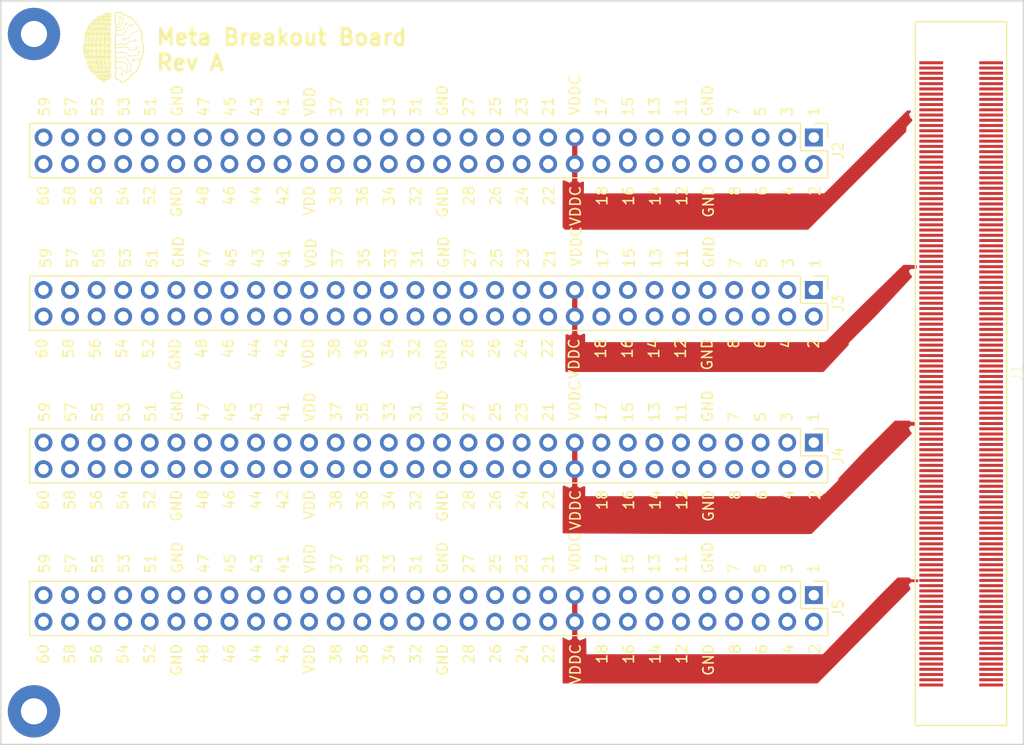
<source format=kicad_pcb>
(kicad_pcb (version 20171130) (host pcbnew "(5.1.2-1)-1")
  (layers (0 F.Cu signal) (1 In1.Cu signal hide) (2 In2.Cu signal hide) (31 B.Cu signal) (34 B.Paste user) (35 F.Paste user) (36 B.SilkS user) (37 F.SilkS user) (38 B.Mask user) (39 F.Mask user) (44 Edge.Cuts user))
  (net 0 "")
  (net 1 /CTRL_OUT0)
  (net 2 /CTRL_IN0)
  (net 3 /DATA_OUT_P7)
  (net 4 /DATA_IN_P7)
  (net 5 /DATA_OUT_N7)
  (net 6 /DATA_IN_N7)
  (net 7 /DATA_OUT_P6)
  (net 8 /DATA_IN_P6)
  (net 9 /DATA_OUT_N6)
  (net 10 /DATA_IN_N6)
  (net 11 /GND)
  (net 12 /DATA_OUT_P5)
  (net 13 /DATA_IN_P5)
  (net 14 /DATA_OUT_N5)
  (net 15 /DATA_IN_N5)
  (net 16 /DATA_OUT_P4)
  (net 17 /DATA_IN_P4)
  (net 18 /DATA_OUT_N4)
  (net 19 /DATA_IN_N4)
  (net 20 /VDDIO0)
  (net 21 /DATA_OUT_P3)
  (net 22 /DATA_IN_P3)
  (net 23 /DATA_OUT_N3)
  (net 24 /DATA_IN_N3)
  (net 25 /DATA_OUT_P2)
  (net 26 /DATA_IN_P2)
  (net 27 /DATA_OUT_N2)
  (net 28 /DATA_IN_N2)
  (net 29 /DATA_OUT_P1)
  (net 30 /DATA_IN_P1)
  (net 31 /DATA_OUT_N1)
  (net 32 /DATA_IN_N1)
  (net 33 /DATA_OUT_P0)
  (net 34 /DATA_IN_P0)
  (net 35 /DATA_OUT_N0)
  (net 36 /DATA_IN_N0)
  (net 37 /VDD0)
  (net 38 /WAIT_RD_IN_P0)
  (net 39 /WAIT_RD_OUT_P0)
  (net 40 /WAIT_RD_IN_N0)
  (net 41 /WAIT_RD_OUT_N0)
  (net 42 /WAIT_WR_IN_P0)
  (net 43 /WAIT_WR_OUT_P0)
  (net 44 /WAIT_WR_IN_N0)
  (net 45 /WAIT_WR_OUT_N0)
  (net 46 /FRAME_OUT_P0)
  (net 47 /FRAME_IN_P0)
  (net 48 /FRAME_OUT_N0)
  (net 49 /FRAME_IN_N0)
  (net 50 /LCLK_OUT_P0)
  (net 51 /LCLK_IN_P0)
  (net 52 /LCLK_OUT_N0)
  (net 53 /LCLK_IN_N0)
  (net 54 /LCLK_IN_N1)
  (net 55 /LCLK_OUT_N1)
  (net 56 /LCLK_IN_P1)
  (net 57 /LCLK_OUT_P1)
  (net 58 /FRAME_IN_N1)
  (net 59 /FRAME_OUT_N1)
  (net 60 /FRAME_IN_P1)
  (net 61 /FRAME_OUT_P1)
  (net 62 /WAIT_WR_OUT_N1)
  (net 63 /WAIT_WR_IN_N1)
  (net 64 /WAIT_WR_OUT_P1)
  (net 65 /WAIT_WR_IN_P1)
  (net 66 /WAIT_RD_OUT_N1)
  (net 67 /WAIT_RD_OUT_P1)
  (net 68 /WAIT_RD_IN_P1)
  (net 69 /DATA_IN_N8)
  (net 70 /DATA_OUT_N8)
  (net 71 /DATA_IN_P8)
  (net 72 /DATA_OUT_P8)
  (net 73 /DATA_IN_N9)
  (net 74 /DATA_OUT_N9)
  (net 75 /DATA_IN_P9)
  (net 76 /DATA_OUT_P9)
  (net 77 /DATA_IN_N10)
  (net 78 /DATA_OUT_N10)
  (net 79 /DATA_IN_P10)
  (net 80 /DATA_OUT_P10)
  (net 81 /DATA_IN_N11)
  (net 82 /DATA_OUT_N11)
  (net 83 /DATA_IN_P11)
  (net 84 /DATA_OUT_P11)
  (net 85 /DATA_IN_N12)
  (net 86 /DATA_OUT_N12)
  (net 87 /DATA_IN_P12)
  (net 88 /DATA_OUT_P12)
  (net 89 /DATA_IN_N13)
  (net 90 /DATA_OUT_N13)
  (net 91 /DATA_IN_P13)
  (net 92 /DATA_OUT_P13)
  (net 93 /DATA_IN_N14)
  (net 94 /DATA_OUT_N14)
  (net 95 /DATA_IN_P14)
  (net 96 /DATA_OUT_P14)
  (net 97 /DATA_IN_N15)
  (net 98 /DATA_OUT_N15)
  (net 99 /DATA_IN_P15)
  (net 100 /DATA_OUT_P15)
  (net 101 /CTRL_IN1)
  (net 102 /CTRL_OUT1)
  (net 103 /CTRL_OUT3)
  (net 104 /CTRL_IN3)
  (net 105 /DATA_OUT_P31)
  (net 106 /DATA_IN_P31)
  (net 107 /DATA_OUT_N31)
  (net 108 /DATA_IN_N31)
  (net 109 /DATA_OUT_P30)
  (net 110 /DATA_IN_P30)
  (net 111 /DATA_OUT_N30)
  (net 112 /DATA_IN_N30)
  (net 113 /DATA_OUT_P29)
  (net 114 /DATA_IN_P29)
  (net 115 /DATA_OUT_N29)
  (net 116 /DATA_IN_N29)
  (net 117 /DATA_OUT_P28)
  (net 118 /DATA_IN_P28)
  (net 119 /DATA_OUT_N28)
  (net 120 /DATA_IN_N28)
  (net 121 /VDDIO1)
  (net 122 /DATA_OUT_P27)
  (net 123 /DATA_IN_P27)
  (net 124 /DATA_OUT_N27)
  (net 125 /DATA_IN_N27)
  (net 126 /DATA_OUT_P26)
  (net 127 /DATA_IN_P26)
  (net 128 /DATA_OUT_N26)
  (net 129 /DATA_IN_N26)
  (net 130 /DATA_OUT_P25)
  (net 131 /DATA_IN_P25)
  (net 132 /DATA_OUT_N25)
  (net 133 /DATA_IN_N25)
  (net 134 /DATA_OUT_P24)
  (net 135 /DATA_IN_P24)
  (net 136 /DATA_OUT_N24)
  (net 137 /DATA_IN_N24)
  (net 138 /VDD1)
  (net 139 /WAIT_RD_IN_P3)
  (net 140 /WAIT_RD_OUT_P3)
  (net 141 /WAIT_RD_IN_N3)
  (net 142 /WAIT_RD_OUT_N3)
  (net 143 /WAIT_WR_IN_P3)
  (net 144 /WAIT_WR_OUT_P3)
  (net 145 /WAIT_WR_IN_N3)
  (net 146 /WAIT_WR_OUT_N3)
  (net 147 /FRAME_OUT_P3)
  (net 148 /FRAME_IN_P3)
  (net 149 /FRAME_OUT_N3)
  (net 150 /FRAME_IN_N3)
  (net 151 /LCLK_OUT_P3)
  (net 152 /LCLK_IN_P3)
  (net 153 /LCLK_OUT_N3)
  (net 154 /LCLK_IN_N3)
  (net 155 /LCLK_IN_N2)
  (net 156 /LCLK_OUT_N2)
  (net 157 /LCLK_IN_P2)
  (net 158 /LCLK_OUT_P2)
  (net 159 /FRAME_IN_N2)
  (net 160 /FRAME_OUT_N2)
  (net 161 /FRAME_IN_P2)
  (net 162 /FRAME_OUT_P2)
  (net 163 /WAIT_WR_OUT_N2)
  (net 164 /WAIT_WR_IN_N2)
  (net 165 /WAIT_WR_OUT_P2)
  (net 166 /WAIT_RD_OUT_N2)
  (net 167 /WAIT_RD_IN_N2)
  (net 168 /WAIT_RD_OUT_P2)
  (net 169 /WAIT_RD_IN_P2)
  (net 170 /DATA_IN_N16)
  (net 171 /DATA_OUT_N16)
  (net 172 /DATA_IN_P16)
  (net 173 /DATA_OUT_P16)
  (net 174 /DATA_IN_N17)
  (net 175 /DATA_OUT_N17)
  (net 176 /DATA_IN_P17)
  (net 177 /DATA_OUT_P17)
  (net 178 /DATA_IN_N18)
  (net 179 /DATA_OUT_N18)
  (net 180 /DATA_IN_P18)
  (net 181 /DATA_OUT_P18)
  (net 182 /DATA_IN_N19)
  (net 183 /DATA_OUT_N19)
  (net 184 /DATA_IN_P19)
  (net 185 /DATA_OUT_P19)
  (net 186 /DATA_IN_N20)
  (net 187 /DATA_OUT_N20)
  (net 188 /DATA_IN_P20)
  (net 189 /DATA_OUT_P20)
  (net 190 /DATA_IN_N21)
  (net 191 /DATA_OUT_N21)
  (net 192 /DATA_IN_P21)
  (net 193 /DATA_OUT_P21)
  (net 194 /DATA_IN_N22)
  (net 195 /DATA_OUT_N22)
  (net 196 /DATA_IN_P22)
  (net 197 /DATA_OUT_P22)
  (net 198 /DATA_IN_N23)
  (net 199 /DATA_OUT_N23)
  (net 200 /DATA_IN_P23)
  (net 201 /DATA_OUT_P23)
  (net 202 /CTRL_IN2)
  (net 203 /CTRL_OUT2)
  (net 204 /WAIT_WR_IN_P2)
  (net 205 /WAIT_RD_IN_N1)
  (net 206 /VDDIO2)
  (net 207 /VDD2)
  (net 208 /VDD3)
  (net 209 /VDDIO3)
  (module Connector_PinHeader_2.54mm:PinHeader_2x30_P2.54mm_Vertical (layer F.Cu) (at 117.42 116.36 270)
    (fp_text reference J5 (at 1.27 -2.33 270) (layer F.SilkS))
    (fp_text value Conn_02x30_Odd_Even hide)
    (pad 60 thru_hole oval (at 2.54 73.66 270) (size 1.7 1.7) (drill 1) (layers *.Cu *.Mask) (net 103 /CTRL_OUT3))
    (pad 59 thru_hole oval (at 0 73.66 270) (size 1.7 1.7) (drill 1) (layers *.Cu *.Mask) (net 104 /CTRL_IN3))
    (pad 58 thru_hole oval (at 2.54 71.12 270) (size 1.7 1.7) (drill 1) (layers *.Cu *.Mask) (net 105 /DATA_OUT_P31))
    (pad 57 thru_hole oval (at 0 71.12 270) (size 1.7 1.7) (drill 1) (layers *.Cu *.Mask) (net 106 /DATA_IN_P31))
    (pad 56 thru_hole oval (at 2.54 68.58 270) (size 1.7 1.7) (drill 1) (layers *.Cu *.Mask) (net 107 /DATA_OUT_N31))
    (pad 55 thru_hole oval (at 0 68.58 270) (size 1.7 1.7) (drill 1) (layers *.Cu *.Mask) (net 108 /DATA_IN_N31))
    (pad 54 thru_hole oval (at 2.54 66.04 270) (size 1.7 1.7) (drill 1) (layers *.Cu *.Mask) (net 109 /DATA_OUT_P30))
    (pad 53 thru_hole oval (at 0 66.04 270) (size 1.7 1.7) (drill 1) (layers *.Cu *.Mask) (net 110 /DATA_IN_P30))
    (pad 52 thru_hole oval (at 2.54 63.5 270) (size 1.7 1.7) (drill 1) (layers *.Cu *.Mask) (net 111 /DATA_OUT_N30))
    (pad 51 thru_hole oval (at 0 63.5 270) (size 1.7 1.7) (drill 1) (layers *.Cu *.Mask) (net 112 /DATA_IN_N30))
    (pad 50 thru_hole oval (at 2.54 60.96 270) (size 1.7 1.7) (drill 1) (layers *.Cu *.Mask) (net 11 /GND))
    (pad 49 thru_hole oval (at 0 60.96 270) (size 1.7 1.7) (drill 1) (layers *.Cu *.Mask) (net 11 /GND))
    (pad 48 thru_hole oval (at 2.54 58.42 270) (size 1.7 1.7) (drill 1) (layers *.Cu *.Mask) (net 113 /DATA_OUT_P29))
    (pad 47 thru_hole oval (at 0 58.42 270) (size 1.7 1.7) (drill 1) (layers *.Cu *.Mask) (net 114 /DATA_IN_P29))
    (pad 46 thru_hole oval (at 2.54 55.88 270) (size 1.7 1.7) (drill 1) (layers *.Cu *.Mask) (net 115 /DATA_OUT_N29))
    (pad 45 thru_hole oval (at 0 55.88 270) (size 1.7 1.7) (drill 1) (layers *.Cu *.Mask) (net 116 /DATA_IN_N29))
    (pad 44 thru_hole oval (at 2.54 53.34 270) (size 1.7 1.7) (drill 1) (layers *.Cu *.Mask) (net 117 /DATA_OUT_P28))
    (pad 43 thru_hole oval (at 0 53.34 270) (size 1.7 1.7) (drill 1) (layers *.Cu *.Mask) (net 118 /DATA_IN_P28))
    (pad 42 thru_hole oval (at 2.54 50.8 270) (size 1.7 1.7) (drill 1) (layers *.Cu *.Mask) (net 119 /DATA_OUT_N28))
    (pad 41 thru_hole oval (at 0 50.8 270) (size 1.7 1.7) (drill 1) (layers *.Cu *.Mask) (net 120 /DATA_IN_N28))
    (pad 40 thru_hole oval (at 2.54 48.26 270) (size 1.7 1.7) (drill 1) (layers *.Cu *.Mask) (net 209 /VDDIO3))
    (pad 39 thru_hole oval (at 0 48.26 270) (size 1.7 1.7) (drill 1) (layers *.Cu *.Mask) (net 209 /VDDIO3))
    (pad 38 thru_hole oval (at 2.54 45.72 270) (size 1.7 1.7) (drill 1) (layers *.Cu *.Mask) (net 122 /DATA_OUT_P27))
    (pad 37 thru_hole oval (at 0 45.72 270) (size 1.7 1.7) (drill 1) (layers *.Cu *.Mask) (net 123 /DATA_IN_P27))
    (pad 36 thru_hole oval (at 2.54 43.18 270) (size 1.7 1.7) (drill 1) (layers *.Cu *.Mask) (net 124 /DATA_OUT_N27))
    (pad 35 thru_hole oval (at 0 43.18 270) (size 1.7 1.7) (drill 1) (layers *.Cu *.Mask) (net 125 /DATA_IN_N27))
    (pad 34 thru_hole oval (at 2.54 40.64 270) (size 1.7 1.7) (drill 1) (layers *.Cu *.Mask) (net 126 /DATA_OUT_P26))
    (pad 33 thru_hole oval (at 0 40.64 270) (size 1.7 1.7) (drill 1) (layers *.Cu *.Mask) (net 127 /DATA_IN_P26))
    (pad 32 thru_hole oval (at 2.54 38.1 270) (size 1.7 1.7) (drill 1) (layers *.Cu *.Mask) (net 128 /DATA_OUT_N26))
    (pad 31 thru_hole oval (at 0 38.1 270) (size 1.7 1.7) (drill 1) (layers *.Cu *.Mask) (net 129 /DATA_IN_N26))
    (pad 30 thru_hole oval (at 2.54 35.56 270) (size 1.7 1.7) (drill 1) (layers *.Cu *.Mask) (net 11 /GND))
    (pad 29 thru_hole oval (at 0 35.56 270) (size 1.7 1.7) (drill 1) (layers *.Cu *.Mask) (net 11 /GND))
    (pad 28 thru_hole oval (at 2.54 33.02 270) (size 1.7 1.7) (drill 1) (layers *.Cu *.Mask) (net 130 /DATA_OUT_P25))
    (pad 27 thru_hole oval (at 0 33.02 270) (size 1.7 1.7) (drill 1) (layers *.Cu *.Mask) (net 131 /DATA_IN_P25))
    (pad 26 thru_hole oval (at 2.54 30.48 270) (size 1.7 1.7) (drill 1) (layers *.Cu *.Mask) (net 132 /DATA_OUT_N25))
    (pad 25 thru_hole oval (at 0 30.48 270) (size 1.7 1.7) (drill 1) (layers *.Cu *.Mask) (net 133 /DATA_IN_N25))
    (pad 24 thru_hole oval (at 2.54 27.94 270) (size 1.7 1.7) (drill 1) (layers *.Cu *.Mask) (net 134 /DATA_OUT_P24))
    (pad 23 thru_hole oval (at 0 27.94 270) (size 1.7 1.7) (drill 1) (layers *.Cu *.Mask) (net 135 /DATA_IN_P24))
    (pad 22 thru_hole oval (at 2.54 25.4 270) (size 1.7 1.7) (drill 1) (layers *.Cu *.Mask) (net 136 /DATA_OUT_N24))
    (pad 21 thru_hole oval (at 0 25.4 270) (size 1.7 1.7) (drill 1) (layers *.Cu *.Mask) (net 137 /DATA_IN_N24))
    (pad 20 thru_hole oval (at 2.54 22.86 270) (size 1.7 1.7) (drill 1) (layers *.Cu *.Mask) (net 208 /VDD3))
    (pad 19 thru_hole oval (at 0 22.86 270) (size 1.7 1.7) (drill 1) (layers *.Cu *.Mask) (net 208 /VDD3))
    (pad 18 thru_hole oval (at 2.54 20.32 270) (size 1.7 1.7) (drill 1) (layers *.Cu *.Mask) (net 139 /WAIT_RD_IN_P3))
    (pad 17 thru_hole oval (at 0 20.32 270) (size 1.7 1.7) (drill 1) (layers *.Cu *.Mask) (net 140 /WAIT_RD_OUT_P3))
    (pad 16 thru_hole oval (at 2.54 17.78 270) (size 1.7 1.7) (drill 1) (layers *.Cu *.Mask) (net 141 /WAIT_RD_IN_N3))
    (pad 15 thru_hole oval (at 0 17.78 270) (size 1.7 1.7) (drill 1) (layers *.Cu *.Mask) (net 142 /WAIT_RD_OUT_N3))
    (pad 14 thru_hole oval (at 2.54 15.24 270) (size 1.7 1.7) (drill 1) (layers *.Cu *.Mask) (net 143 /WAIT_WR_IN_P3))
    (pad 13 thru_hole oval (at 0 15.24 270) (size 1.7 1.7) (drill 1) (layers *.Cu *.Mask) (net 144 /WAIT_WR_OUT_P3))
    (pad 12 thru_hole oval (at 2.54 12.7 270) (size 1.7 1.7) (drill 1) (layers *.Cu *.Mask) (net 145 /WAIT_WR_IN_N3))
    (pad 11 thru_hole oval (at 0 12.7 270) (size 1.7 1.7) (drill 1) (layers *.Cu *.Mask) (net 146 /WAIT_WR_OUT_N3))
    (pad 10 thru_hole oval (at 2.54 10.16 270) (size 1.7 1.7) (drill 1) (layers *.Cu *.Mask) (net 11 /GND))
    (pad 9 thru_hole oval (at 0 10.16 270) (size 1.7 1.7) (drill 1) (layers *.Cu *.Mask) (net 11 /GND))
    (pad 8 thru_hole oval (at 2.54 7.62 270) (size 1.7 1.7) (drill 1) (layers *.Cu *.Mask) (net 147 /FRAME_OUT_P3))
    (pad 7 thru_hole oval (at 0 7.62 270) (size 1.7 1.7) (drill 1) (layers *.Cu *.Mask) (net 148 /FRAME_IN_P3))
    (pad 6 thru_hole oval (at 2.54 5.08 270) (size 1.7 1.7) (drill 1) (layers *.Cu *.Mask) (net 149 /FRAME_OUT_N3))
    (pad 5 thru_hole oval (at 0 5.08 270) (size 1.7 1.7) (drill 1) (layers *.Cu *.Mask) (net 150 /FRAME_IN_N3))
    (pad 4 thru_hole oval (at 2.54 2.54 270) (size 1.7 1.7) (drill 1) (layers *.Cu *.Mask) (net 151 /LCLK_OUT_P3))
    (pad 3 thru_hole oval (at 0 2.54 270) (size 1.7 1.7) (drill 1) (layers *.Cu *.Mask) (net 152 /LCLK_IN_P3))
    (pad 2 thru_hole oval (at 2.54 0 270) (size 1.7 1.7) (drill 1) (layers *.Cu *.Mask) (net 153 /LCLK_OUT_N3))
    (pad 1 thru_hole rect (at 0 0 270) (size 1.7 1.7) (drill 1) (layers *.Cu *.Mask) (net 154 /LCLK_IN_N3))
  )
  (module Connector_PinHeader_2.54mm:PinHeader_2x30_P2.54mm_Vertical (layer F.Cu) (at 117.42 101.77 270)
    (fp_text reference J4 (at 1.27 -2.33 270) (layer F.SilkS))
    (fp_text value Conn_02x30_Odd_Even hide)
    (pad 60 thru_hole oval (at 2.54 73.66 270) (size 1.7 1.7) (drill 1) (layers *.Cu *.Mask) (net 203 /CTRL_OUT2))
    (pad 59 thru_hole oval (at 0 73.66 270) (size 1.7 1.7) (drill 1) (layers *.Cu *.Mask) (net 202 /CTRL_IN2))
    (pad 58 thru_hole oval (at 2.54 71.12 270) (size 1.7 1.7) (drill 1) (layers *.Cu *.Mask) (net 201 /DATA_OUT_P23))
    (pad 57 thru_hole oval (at 0 71.12 270) (size 1.7 1.7) (drill 1) (layers *.Cu *.Mask) (net 200 /DATA_IN_P23))
    (pad 56 thru_hole oval (at 2.54 68.58 270) (size 1.7 1.7) (drill 1) (layers *.Cu *.Mask) (net 199 /DATA_OUT_N23))
    (pad 55 thru_hole oval (at 0 68.58 270) (size 1.7 1.7) (drill 1) (layers *.Cu *.Mask) (net 198 /DATA_IN_N23))
    (pad 54 thru_hole oval (at 2.54 66.04 270) (size 1.7 1.7) (drill 1) (layers *.Cu *.Mask) (net 197 /DATA_OUT_P22))
    (pad 53 thru_hole oval (at 0 66.04 270) (size 1.7 1.7) (drill 1) (layers *.Cu *.Mask) (net 196 /DATA_IN_P22))
    (pad 52 thru_hole oval (at 2.54 63.5 270) (size 1.7 1.7) (drill 1) (layers *.Cu *.Mask) (net 195 /DATA_OUT_N22))
    (pad 51 thru_hole oval (at 0 63.5 270) (size 1.7 1.7) (drill 1) (layers *.Cu *.Mask) (net 194 /DATA_IN_N22))
    (pad 50 thru_hole oval (at 2.54 60.96 270) (size 1.7 1.7) (drill 1) (layers *.Cu *.Mask) (net 11 /GND))
    (pad 49 thru_hole oval (at 0 60.96 270) (size 1.7 1.7) (drill 1) (layers *.Cu *.Mask) (net 11 /GND))
    (pad 48 thru_hole oval (at 2.54 58.42 270) (size 1.7 1.7) (drill 1) (layers *.Cu *.Mask) (net 193 /DATA_OUT_P21))
    (pad 47 thru_hole oval (at 0 58.42 270) (size 1.7 1.7) (drill 1) (layers *.Cu *.Mask) (net 192 /DATA_IN_P21))
    (pad 46 thru_hole oval (at 2.54 55.88 270) (size 1.7 1.7) (drill 1) (layers *.Cu *.Mask) (net 191 /DATA_OUT_N21))
    (pad 45 thru_hole oval (at 0 55.88 270) (size 1.7 1.7) (drill 1) (layers *.Cu *.Mask) (net 190 /DATA_IN_N21))
    (pad 44 thru_hole oval (at 2.54 53.34 270) (size 1.7 1.7) (drill 1) (layers *.Cu *.Mask) (net 189 /DATA_OUT_P20))
    (pad 43 thru_hole oval (at 0 53.34 270) (size 1.7 1.7) (drill 1) (layers *.Cu *.Mask) (net 188 /DATA_IN_P20))
    (pad 42 thru_hole oval (at 2.54 50.8 270) (size 1.7 1.7) (drill 1) (layers *.Cu *.Mask) (net 187 /DATA_OUT_N20))
    (pad 41 thru_hole oval (at 0 50.8 270) (size 1.7 1.7) (drill 1) (layers *.Cu *.Mask) (net 186 /DATA_IN_N20))
    (pad 40 thru_hole oval (at 2.54 48.26 270) (size 1.7 1.7) (drill 1) (layers *.Cu *.Mask) (net 206 /VDDIO2))
    (pad 39 thru_hole oval (at 0 48.26 270) (size 1.7 1.7) (drill 1) (layers *.Cu *.Mask) (net 206 /VDDIO2))
    (pad 38 thru_hole oval (at 2.54 45.72 270) (size 1.7 1.7) (drill 1) (layers *.Cu *.Mask) (net 185 /DATA_OUT_P19))
    (pad 37 thru_hole oval (at 0 45.72 270) (size 1.7 1.7) (drill 1) (layers *.Cu *.Mask) (net 184 /DATA_IN_P19))
    (pad 36 thru_hole oval (at 2.54 43.18 270) (size 1.7 1.7) (drill 1) (layers *.Cu *.Mask) (net 183 /DATA_OUT_N19))
    (pad 35 thru_hole oval (at 0 43.18 270) (size 1.7 1.7) (drill 1) (layers *.Cu *.Mask) (net 182 /DATA_IN_N19))
    (pad 34 thru_hole oval (at 2.54 40.64 270) (size 1.7 1.7) (drill 1) (layers *.Cu *.Mask) (net 181 /DATA_OUT_P18))
    (pad 33 thru_hole oval (at 0 40.64 270) (size 1.7 1.7) (drill 1) (layers *.Cu *.Mask) (net 180 /DATA_IN_P18))
    (pad 32 thru_hole oval (at 2.54 38.1 270) (size 1.7 1.7) (drill 1) (layers *.Cu *.Mask) (net 179 /DATA_OUT_N18))
    (pad 31 thru_hole oval (at 0 38.1 270) (size 1.7 1.7) (drill 1) (layers *.Cu *.Mask) (net 178 /DATA_IN_N18))
    (pad 30 thru_hole oval (at 2.54 35.56 270) (size 1.7 1.7) (drill 1) (layers *.Cu *.Mask) (net 11 /GND))
    (pad 29 thru_hole oval (at 0 35.56 270) (size 1.7 1.7) (drill 1) (layers *.Cu *.Mask) (net 11 /GND))
    (pad 28 thru_hole oval (at 2.54 33.02 270) (size 1.7 1.7) (drill 1) (layers *.Cu *.Mask) (net 177 /DATA_OUT_P17))
    (pad 27 thru_hole oval (at 0 33.02 270) (size 1.7 1.7) (drill 1) (layers *.Cu *.Mask) (net 176 /DATA_IN_P17))
    (pad 26 thru_hole oval (at 2.54 30.48 270) (size 1.7 1.7) (drill 1) (layers *.Cu *.Mask) (net 175 /DATA_OUT_N17))
    (pad 25 thru_hole oval (at 0 30.48 270) (size 1.7 1.7) (drill 1) (layers *.Cu *.Mask) (net 174 /DATA_IN_N17))
    (pad 24 thru_hole oval (at 2.54 27.94 270) (size 1.7 1.7) (drill 1) (layers *.Cu *.Mask) (net 173 /DATA_OUT_P16))
    (pad 23 thru_hole oval (at 0 27.94 270) (size 1.7 1.7) (drill 1) (layers *.Cu *.Mask) (net 172 /DATA_IN_P16))
    (pad 22 thru_hole oval (at 2.54 25.4 270) (size 1.7 1.7) (drill 1) (layers *.Cu *.Mask) (net 171 /DATA_OUT_N16))
    (pad 21 thru_hole oval (at 0 25.4 270) (size 1.7 1.7) (drill 1) (layers *.Cu *.Mask) (net 170 /DATA_IN_N16))
    (pad 20 thru_hole oval (at 2.54 22.86 270) (size 1.7 1.7) (drill 1) (layers *.Cu *.Mask) (net 207 /VDD2))
    (pad 19 thru_hole oval (at 0 22.86 270) (size 1.7 1.7) (drill 1) (layers *.Cu *.Mask) (net 207 /VDD2))
    (pad 18 thru_hole oval (at 2.54 20.32 270) (size 1.7 1.7) (drill 1) (layers *.Cu *.Mask) (net 169 /WAIT_RD_IN_P2))
    (pad 17 thru_hole oval (at 0 20.32 270) (size 1.7 1.7) (drill 1) (layers *.Cu *.Mask) (net 168 /WAIT_RD_OUT_P2))
    (pad 16 thru_hole oval (at 2.54 17.78 270) (size 1.7 1.7) (drill 1) (layers *.Cu *.Mask) (net 167 /WAIT_RD_IN_N2))
    (pad 15 thru_hole oval (at 0 17.78 270) (size 1.7 1.7) (drill 1) (layers *.Cu *.Mask) (net 166 /WAIT_RD_OUT_N2))
    (pad 14 thru_hole oval (at 2.54 15.24 270) (size 1.7 1.7) (drill 1) (layers *.Cu *.Mask) (net 204 /WAIT_WR_IN_P2))
    (pad 13 thru_hole oval (at 0 15.24 270) (size 1.7 1.7) (drill 1) (layers *.Cu *.Mask) (net 165 /WAIT_WR_OUT_P2))
    (pad 12 thru_hole oval (at 2.54 12.7 270) (size 1.7 1.7) (drill 1) (layers *.Cu *.Mask) (net 164 /WAIT_WR_IN_N2))
    (pad 11 thru_hole oval (at 0 12.7 270) (size 1.7 1.7) (drill 1) (layers *.Cu *.Mask) (net 163 /WAIT_WR_OUT_N2))
    (pad 10 thru_hole oval (at 2.54 10.16 270) (size 1.7 1.7) (drill 1) (layers *.Cu *.Mask) (net 11 /GND))
    (pad 9 thru_hole oval (at 0 10.16 270) (size 1.7 1.7) (drill 1) (layers *.Cu *.Mask) (net 11 /GND))
    (pad 8 thru_hole oval (at 2.54 7.62 270) (size 1.7 1.7) (drill 1) (layers *.Cu *.Mask) (net 162 /FRAME_OUT_P2))
    (pad 7 thru_hole oval (at 0 7.62 270) (size 1.7 1.7) (drill 1) (layers *.Cu *.Mask) (net 161 /FRAME_IN_P2))
    (pad 6 thru_hole oval (at 2.54 5.08 270) (size 1.7 1.7) (drill 1) (layers *.Cu *.Mask) (net 160 /FRAME_OUT_N2))
    (pad 5 thru_hole oval (at 0 5.08 270) (size 1.7 1.7) (drill 1) (layers *.Cu *.Mask) (net 159 /FRAME_IN_N2))
    (pad 4 thru_hole oval (at 2.54 2.54 270) (size 1.7 1.7) (drill 1) (layers *.Cu *.Mask) (net 158 /LCLK_OUT_P2))
    (pad 3 thru_hole oval (at 0 2.54 270) (size 1.7 1.7) (drill 1) (layers *.Cu *.Mask) (net 157 /LCLK_IN_P2))
    (pad 2 thru_hole oval (at 2.54 0 270) (size 1.7 1.7) (drill 1) (layers *.Cu *.Mask) (net 156 /LCLK_OUT_N2))
    (pad 1 thru_hole rect (at 0 0 270) (size 1.7 1.7) (drill 1) (layers *.Cu *.Mask) (net 155 /LCLK_IN_N2))
  )
  (module Connector_PinHeader_2.54mm:PinHeader_2x30_P2.54mm_Vertical (layer F.Cu) (at 117.42 87.18 270)
    (fp_text reference J3 (at 1.27 -2.33 270) (layer F.SilkS))
    (fp_text value Conn_02x30_Odd_Even hide)
    (pad 60 thru_hole oval (at 2.54 73.66 270) (size 1.7 1.7) (drill 1) (layers *.Cu *.Mask) (net 102 /CTRL_OUT1))
    (pad 59 thru_hole oval (at 0 73.66 270) (size 1.7 1.7) (drill 1) (layers *.Cu *.Mask) (net 101 /CTRL_IN1))
    (pad 58 thru_hole oval (at 2.54 71.12 270) (size 1.7 1.7) (drill 1) (layers *.Cu *.Mask) (net 100 /DATA_OUT_P15))
    (pad 57 thru_hole oval (at 0 71.12 270) (size 1.7 1.7) (drill 1) (layers *.Cu *.Mask) (net 99 /DATA_IN_P15))
    (pad 56 thru_hole oval (at 2.54 68.58 270) (size 1.7 1.7) (drill 1) (layers *.Cu *.Mask) (net 98 /DATA_OUT_N15))
    (pad 55 thru_hole oval (at 0 68.58 270) (size 1.7 1.7) (drill 1) (layers *.Cu *.Mask) (net 97 /DATA_IN_N15))
    (pad 54 thru_hole oval (at 2.54 66.04 270) (size 1.7 1.7) (drill 1) (layers *.Cu *.Mask) (net 96 /DATA_OUT_P14))
    (pad 53 thru_hole oval (at 0 66.04 270) (size 1.7 1.7) (drill 1) (layers *.Cu *.Mask) (net 95 /DATA_IN_P14))
    (pad 52 thru_hole oval (at 2.54 63.5 270) (size 1.7 1.7) (drill 1) (layers *.Cu *.Mask) (net 94 /DATA_OUT_N14))
    (pad 51 thru_hole oval (at 0 63.5 270) (size 1.7 1.7) (drill 1) (layers *.Cu *.Mask) (net 93 /DATA_IN_N14))
    (pad 50 thru_hole oval (at 2.54 60.96 270) (size 1.7 1.7) (drill 1) (layers *.Cu *.Mask) (net 11 /GND))
    (pad 49 thru_hole oval (at 0 60.96 270) (size 1.7 1.7) (drill 1) (layers *.Cu *.Mask) (net 11 /GND))
    (pad 48 thru_hole oval (at 2.54 58.42 270) (size 1.7 1.7) (drill 1) (layers *.Cu *.Mask) (net 92 /DATA_OUT_P13))
    (pad 47 thru_hole oval (at 0 58.42 270) (size 1.7 1.7) (drill 1) (layers *.Cu *.Mask) (net 91 /DATA_IN_P13))
    (pad 46 thru_hole oval (at 2.54 55.88 270) (size 1.7 1.7) (drill 1) (layers *.Cu *.Mask) (net 90 /DATA_OUT_N13))
    (pad 45 thru_hole oval (at 0 55.88 270) (size 1.7 1.7) (drill 1) (layers *.Cu *.Mask) (net 89 /DATA_IN_N13))
    (pad 44 thru_hole oval (at 2.54 53.34 270) (size 1.7 1.7) (drill 1) (layers *.Cu *.Mask) (net 88 /DATA_OUT_P12))
    (pad 43 thru_hole oval (at 0 53.34 270) (size 1.7 1.7) (drill 1) (layers *.Cu *.Mask) (net 87 /DATA_IN_P12))
    (pad 42 thru_hole oval (at 2.54 50.8 270) (size 1.7 1.7) (drill 1) (layers *.Cu *.Mask) (net 86 /DATA_OUT_N12))
    (pad 41 thru_hole oval (at 0 50.8 270) (size 1.7 1.7) (drill 1) (layers *.Cu *.Mask) (net 85 /DATA_IN_N12))
    (pad 40 thru_hole oval (at 2.54 48.26 270) (size 1.7 1.7) (drill 1) (layers *.Cu *.Mask) (net 121 /VDDIO1))
    (pad 39 thru_hole oval (at 0 48.26 270) (size 1.7 1.7) (drill 1) (layers *.Cu *.Mask) (net 121 /VDDIO1))
    (pad 38 thru_hole oval (at 2.54 45.72 270) (size 1.7 1.7) (drill 1) (layers *.Cu *.Mask) (net 84 /DATA_OUT_P11))
    (pad 37 thru_hole oval (at 0 45.72 270) (size 1.7 1.7) (drill 1) (layers *.Cu *.Mask) (net 83 /DATA_IN_P11))
    (pad 36 thru_hole oval (at 2.54 43.18 270) (size 1.7 1.7) (drill 1) (layers *.Cu *.Mask) (net 82 /DATA_OUT_N11))
    (pad 35 thru_hole oval (at 0 43.18 270) (size 1.7 1.7) (drill 1) (layers *.Cu *.Mask) (net 81 /DATA_IN_N11))
    (pad 34 thru_hole oval (at 2.54 40.64 270) (size 1.7 1.7) (drill 1) (layers *.Cu *.Mask) (net 80 /DATA_OUT_P10))
    (pad 33 thru_hole oval (at 0 40.64 270) (size 1.7 1.7) (drill 1) (layers *.Cu *.Mask) (net 79 /DATA_IN_P10))
    (pad 32 thru_hole oval (at 2.54 38.1 270) (size 1.7 1.7) (drill 1) (layers *.Cu *.Mask) (net 78 /DATA_OUT_N10))
    (pad 31 thru_hole oval (at 0 38.1 270) (size 1.7 1.7) (drill 1) (layers *.Cu *.Mask) (net 77 /DATA_IN_N10))
    (pad 30 thru_hole oval (at 2.54 35.56 270) (size 1.7 1.7) (drill 1) (layers *.Cu *.Mask) (net 11 /GND))
    (pad 29 thru_hole oval (at 0 35.56 270) (size 1.7 1.7) (drill 1) (layers *.Cu *.Mask) (net 11 /GND))
    (pad 28 thru_hole oval (at 2.54 33.02 270) (size 1.7 1.7) (drill 1) (layers *.Cu *.Mask) (net 76 /DATA_OUT_P9))
    (pad 27 thru_hole oval (at 0 33.02 270) (size 1.7 1.7) (drill 1) (layers *.Cu *.Mask) (net 75 /DATA_IN_P9))
    (pad 26 thru_hole oval (at 2.54 30.48 270) (size 1.7 1.7) (drill 1) (layers *.Cu *.Mask) (net 74 /DATA_OUT_N9))
    (pad 25 thru_hole oval (at 0 30.48 270) (size 1.7 1.7) (drill 1) (layers *.Cu *.Mask) (net 73 /DATA_IN_N9))
    (pad 24 thru_hole oval (at 2.54 27.94 270) (size 1.7 1.7) (drill 1) (layers *.Cu *.Mask) (net 72 /DATA_OUT_P8))
    (pad 23 thru_hole oval (at 0 27.94 270) (size 1.7 1.7) (drill 1) (layers *.Cu *.Mask) (net 71 /DATA_IN_P8))
    (pad 22 thru_hole oval (at 2.54 25.4 270) (size 1.7 1.7) (drill 1) (layers *.Cu *.Mask) (net 70 /DATA_OUT_N8))
    (pad 21 thru_hole oval (at 0 25.4 270) (size 1.7 1.7) (drill 1) (layers *.Cu *.Mask) (net 69 /DATA_IN_N8))
    (pad 20 thru_hole oval (at 2.54 22.86 270) (size 1.7 1.7) (drill 1) (layers *.Cu *.Mask) (net 138 /VDD1))
    (pad 19 thru_hole oval (at 0 22.86 270) (size 1.7 1.7) (drill 1) (layers *.Cu *.Mask) (net 138 /VDD1))
    (pad 18 thru_hole oval (at 2.54 20.32 270) (size 1.7 1.7) (drill 1) (layers *.Cu *.Mask) (net 68 /WAIT_RD_IN_P1))
    (pad 17 thru_hole oval (at 0 20.32 270) (size 1.7 1.7) (drill 1) (layers *.Cu *.Mask) (net 67 /WAIT_RD_OUT_P1))
    (pad 16 thru_hole oval (at 2.54 17.78 270) (size 1.7 1.7) (drill 1) (layers *.Cu *.Mask) (net 205 /WAIT_RD_IN_N1))
    (pad 15 thru_hole oval (at 0 17.78 270) (size 1.7 1.7) (drill 1) (layers *.Cu *.Mask) (net 66 /WAIT_RD_OUT_N1))
    (pad 14 thru_hole oval (at 2.54 15.24 270) (size 1.7 1.7) (drill 1) (layers *.Cu *.Mask) (net 65 /WAIT_WR_IN_P1))
    (pad 13 thru_hole oval (at 0 15.24 270) (size 1.7 1.7) (drill 1) (layers *.Cu *.Mask) (net 64 /WAIT_WR_OUT_P1))
    (pad 12 thru_hole oval (at 2.54 12.7 270) (size 1.7 1.7) (drill 1) (layers *.Cu *.Mask) (net 63 /WAIT_WR_IN_N1))
    (pad 11 thru_hole oval (at 0 12.7 270) (size 1.7 1.7) (drill 1) (layers *.Cu *.Mask) (net 62 /WAIT_WR_OUT_N1))
    (pad 10 thru_hole oval (at 2.54 10.16 270) (size 1.7 1.7) (drill 1) (layers *.Cu *.Mask) (net 11 /GND))
    (pad 9 thru_hole oval (at 0 10.16 270) (size 1.7 1.7) (drill 1) (layers *.Cu *.Mask) (net 11 /GND))
    (pad 8 thru_hole oval (at 2.54 7.62 270) (size 1.7 1.7) (drill 1) (layers *.Cu *.Mask) (net 61 /FRAME_OUT_P1))
    (pad 7 thru_hole oval (at 0 7.62 270) (size 1.7 1.7) (drill 1) (layers *.Cu *.Mask) (net 60 /FRAME_IN_P1))
    (pad 6 thru_hole oval (at 2.54 5.08 270) (size 1.7 1.7) (drill 1) (layers *.Cu *.Mask) (net 59 /FRAME_OUT_N1))
    (pad 5 thru_hole oval (at 0 5.08 270) (size 1.7 1.7) (drill 1) (layers *.Cu *.Mask) (net 58 /FRAME_IN_N1))
    (pad 4 thru_hole oval (at 2.54 2.54 270) (size 1.7 1.7) (drill 1) (layers *.Cu *.Mask) (net 57 /LCLK_OUT_P1))
    (pad 3 thru_hole oval (at 0 2.54 270) (size 1.7 1.7) (drill 1) (layers *.Cu *.Mask) (net 56 /LCLK_IN_P1))
    (pad 2 thru_hole oval (at 2.54 0 270) (size 1.7 1.7) (drill 1) (layers *.Cu *.Mask) (net 55 /LCLK_OUT_N1))
    (pad 1 thru_hole rect (at 0 0 270) (size 1.7 1.7) (drill 1) (layers *.Cu *.Mask) (net 54 /LCLK_IN_N1))
  )
  (module Connector_PinHeader_2.54mm:PinHeader_2x30_P2.54mm_Vertical (layer F.Cu) (at 117.42 72.59 270)
    (fp_text reference J2 (at 1.27 -2.33 270) (layer F.SilkS))
    (fp_text value Conn_02x30_Odd_Even hide)
    (pad 60 thru_hole oval (at 2.54 73.66 270) (size 1.7 1.7) (drill 1) (layers *.Cu *.Mask) (net 1 /CTRL_OUT0))
    (pad 59 thru_hole oval (at 0 73.66 270) (size 1.7 1.7) (drill 1) (layers *.Cu *.Mask) (net 2 /CTRL_IN0))
    (pad 58 thru_hole oval (at 2.54 71.12 270) (size 1.7 1.7) (drill 1) (layers *.Cu *.Mask) (net 3 /DATA_OUT_P7))
    (pad 57 thru_hole oval (at 0 71.12 270) (size 1.7 1.7) (drill 1) (layers *.Cu *.Mask) (net 4 /DATA_IN_P7))
    (pad 56 thru_hole oval (at 2.54 68.58 270) (size 1.7 1.7) (drill 1) (layers *.Cu *.Mask) (net 5 /DATA_OUT_N7))
    (pad 55 thru_hole oval (at 0 68.58 270) (size 1.7 1.7) (drill 1) (layers *.Cu *.Mask) (net 6 /DATA_IN_N7))
    (pad 54 thru_hole oval (at 2.54 66.04 270) (size 1.7 1.7) (drill 1) (layers *.Cu *.Mask) (net 7 /DATA_OUT_P6))
    (pad 53 thru_hole oval (at 0 66.04 270) (size 1.7 1.7) (drill 1) (layers *.Cu *.Mask) (net 8 /DATA_IN_P6))
    (pad 52 thru_hole oval (at 2.54 63.5 270) (size 1.7 1.7) (drill 1) (layers *.Cu *.Mask) (net 9 /DATA_OUT_N6))
    (pad 51 thru_hole oval (at 0 63.5 270) (size 1.7 1.7) (drill 1) (layers *.Cu *.Mask) (net 10 /DATA_IN_N6))
    (pad 50 thru_hole oval (at 2.54 60.96 270) (size 1.7 1.7) (drill 1) (layers *.Cu *.Mask) (net 11 /GND))
    (pad 49 thru_hole oval (at 0 60.96 270) (size 1.7 1.7) (drill 1) (layers *.Cu *.Mask) (net 11 /GND))
    (pad 48 thru_hole oval (at 2.54 58.42 270) (size 1.7 1.7) (drill 1) (layers *.Cu *.Mask) (net 12 /DATA_OUT_P5))
    (pad 47 thru_hole oval (at 0 58.42 270) (size 1.7 1.7) (drill 1) (layers *.Cu *.Mask) (net 13 /DATA_IN_P5))
    (pad 46 thru_hole oval (at 2.54 55.88 270) (size 1.7 1.7) (drill 1) (layers *.Cu *.Mask) (net 14 /DATA_OUT_N5))
    (pad 45 thru_hole oval (at 0 55.88 270) (size 1.7 1.7) (drill 1) (layers *.Cu *.Mask) (net 15 /DATA_IN_N5))
    (pad 44 thru_hole oval (at 2.54 53.34 270) (size 1.7 1.7) (drill 1) (layers *.Cu *.Mask) (net 16 /DATA_OUT_P4))
    (pad 43 thru_hole oval (at 0 53.34 270) (size 1.7 1.7) (drill 1) (layers *.Cu *.Mask) (net 17 /DATA_IN_P4))
    (pad 42 thru_hole oval (at 2.54 50.8 270) (size 1.7 1.7) (drill 1) (layers *.Cu *.Mask) (net 18 /DATA_OUT_N4))
    (pad 41 thru_hole oval (at 0 50.8 270) (size 1.7 1.7) (drill 1) (layers *.Cu *.Mask) (net 19 /DATA_IN_N4))
    (pad 40 thru_hole oval (at 2.54 48.26 270) (size 1.7 1.7) (drill 1) (layers *.Cu *.Mask) (net 20 /VDDIO0))
    (pad 39 thru_hole oval (at 0 48.26 270) (size 1.7 1.7) (drill 1) (layers *.Cu *.Mask) (net 20 /VDDIO0))
    (pad 38 thru_hole oval (at 2.54 45.72 270) (size 1.7 1.7) (drill 1) (layers *.Cu *.Mask) (net 21 /DATA_OUT_P3))
    (pad 37 thru_hole oval (at 0 45.72 270) (size 1.7 1.7) (drill 1) (layers *.Cu *.Mask) (net 22 /DATA_IN_P3))
    (pad 36 thru_hole oval (at 2.54 43.18 270) (size 1.7 1.7) (drill 1) (layers *.Cu *.Mask) (net 23 /DATA_OUT_N3))
    (pad 35 thru_hole oval (at 0 43.18 270) (size 1.7 1.7) (drill 1) (layers *.Cu *.Mask) (net 24 /DATA_IN_N3))
    (pad 34 thru_hole oval (at 2.54 40.64 270) (size 1.7 1.7) (drill 1) (layers *.Cu *.Mask) (net 25 /DATA_OUT_P2))
    (pad 33 thru_hole oval (at 0 40.64 270) (size 1.7 1.7) (drill 1) (layers *.Cu *.Mask) (net 26 /DATA_IN_P2))
    (pad 32 thru_hole oval (at 2.54 38.1 270) (size 1.7 1.7) (drill 1) (layers *.Cu *.Mask) (net 27 /DATA_OUT_N2))
    (pad 31 thru_hole oval (at 0 38.1 270) (size 1.7 1.7) (drill 1) (layers *.Cu *.Mask) (net 28 /DATA_IN_N2))
    (pad 30 thru_hole oval (at 2.54 35.56 270) (size 1.7 1.7) (drill 1) (layers *.Cu *.Mask) (net 11 /GND))
    (pad 29 thru_hole oval (at 0 35.56 270) (size 1.7 1.7) (drill 1) (layers *.Cu *.Mask) (net 11 /GND))
    (pad 28 thru_hole oval (at 2.54 33.02 270) (size 1.7 1.7) (drill 1) (layers *.Cu *.Mask) (net 29 /DATA_OUT_P1))
    (pad 27 thru_hole oval (at 0 33.02 270) (size 1.7 1.7) (drill 1) (layers *.Cu *.Mask) (net 30 /DATA_IN_P1))
    (pad 26 thru_hole oval (at 2.54 30.48 270) (size 1.7 1.7) (drill 1) (layers *.Cu *.Mask) (net 31 /DATA_OUT_N1))
    (pad 25 thru_hole oval (at 0 30.48 270) (size 1.7 1.7) (drill 1) (layers *.Cu *.Mask) (net 32 /DATA_IN_N1))
    (pad 24 thru_hole oval (at 2.54 27.94 270) (size 1.7 1.7) (drill 1) (layers *.Cu *.Mask) (net 33 /DATA_OUT_P0))
    (pad 23 thru_hole oval (at 0 27.94 270) (size 1.7 1.7) (drill 1) (layers *.Cu *.Mask) (net 34 /DATA_IN_P0))
    (pad 22 thru_hole oval (at 2.54 25.4 270) (size 1.7 1.7) (drill 1) (layers *.Cu *.Mask) (net 35 /DATA_OUT_N0))
    (pad 21 thru_hole oval (at 0 25.4 270) (size 1.7 1.7) (drill 1) (layers *.Cu *.Mask) (net 36 /DATA_IN_N0))
    (pad 20 thru_hole oval (at 2.54 22.86 270) (size 1.7 1.7) (drill 1) (layers *.Cu *.Mask) (net 37 /VDD0))
    (pad 19 thru_hole oval (at 0 22.86 270) (size 1.7 1.7) (drill 1) (layers *.Cu *.Mask) (net 37 /VDD0))
    (pad 18 thru_hole oval (at 2.54 20.32 270) (size 1.7 1.7) (drill 1) (layers *.Cu *.Mask) (net 38 /WAIT_RD_IN_P0))
    (pad 17 thru_hole oval (at 0 20.32 270) (size 1.7 1.7) (drill 1) (layers *.Cu *.Mask) (net 39 /WAIT_RD_OUT_P0))
    (pad 16 thru_hole oval (at 2.54 17.78 270) (size 1.7 1.7) (drill 1) (layers *.Cu *.Mask) (net 40 /WAIT_RD_IN_N0))
    (pad 15 thru_hole oval (at 0 17.78 270) (size 1.7 1.7) (drill 1) (layers *.Cu *.Mask) (net 41 /WAIT_RD_OUT_N0))
    (pad 14 thru_hole oval (at 2.54 15.24 270) (size 1.7 1.7) (drill 1) (layers *.Cu *.Mask) (net 42 /WAIT_WR_IN_P0))
    (pad 13 thru_hole oval (at 0 15.24 270) (size 1.7 1.7) (drill 1) (layers *.Cu *.Mask) (net 43 /WAIT_WR_OUT_P0))
    (pad 12 thru_hole oval (at 2.54 12.7 270) (size 1.7 1.7) (drill 1) (layers *.Cu *.Mask) (net 44 /WAIT_WR_IN_N0))
    (pad 11 thru_hole oval (at 0 12.7 270) (size 1.7 1.7) (drill 1) (layers *.Cu *.Mask) (net 45 /WAIT_WR_OUT_N0))
    (pad 10 thru_hole oval (at 2.54 10.16 270) (size 1.7 1.7) (drill 1) (layers *.Cu *.Mask) (net 11 /GND))
    (pad 9 thru_hole oval (at 0 10.16 270) (size 1.7 1.7) (drill 1) (layers *.Cu *.Mask) (net 11 /GND))
    (pad 8 thru_hole oval (at 2.54 7.62 270) (size 1.7 1.7) (drill 1) (layers *.Cu *.Mask) (net 46 /FRAME_OUT_P0))
    (pad 7 thru_hole oval (at 0 7.62 270) (size 1.7 1.7) (drill 1) (layers *.Cu *.Mask) (net 47 /FRAME_IN_P0))
    (pad 6 thru_hole oval (at 2.54 5.08 270) (size 1.7 1.7) (drill 1) (layers *.Cu *.Mask) (net 48 /FRAME_OUT_N0))
    (pad 5 thru_hole oval (at 0 5.08 270) (size 1.7 1.7) (drill 1) (layers *.Cu *.Mask) (net 49 /FRAME_IN_N0))
    (pad 4 thru_hole oval (at 2.54 2.54 270) (size 1.7 1.7) (drill 1) (layers *.Cu *.Mask) (net 50 /LCLK_OUT_P0))
    (pad 3 thru_hole oval (at 0 2.54 270) (size 1.7 1.7) (drill 1) (layers *.Cu *.Mask) (net 51 /LCLK_IN_P0))
    (pad 2 thru_hole oval (at 2.54 0 270) (size 1.7 1.7) (drill 1) (layers *.Cu *.Mask) (net 52 /LCLK_OUT_N0))
    (pad 1 thru_hole rect (at 0 0 270) (size 1.7 1.7) (drill 1) (layers *.Cu *.Mask) (net 53 /LCLK_IN_N0))
  )
  (module MountingHole:MountingHole_2.5mm_Pad (layer F.Cu) (at 42.85 127.47)
    (fp_text reference REF** hide)
    (fp_text value MountingHole_2.5mm_Pad hide)
    (pad 1 thru_hole circle (at 0 0) (size 5 5) (drill 2.5) (layers *.Cu *.Mask))
  )
  (module Connector_Samtec_BSH:BSH-120-01-X-D-A (layer F.Cu) (at 131.49 95.2 270)
    (fp_text reference J1 (at -0.115 -5.34 270) (layer F.SilkS) (effects (font (size 1.00239 1.00239) (thickness 0.05))))
    (fp_text value BSH-120 hide)
    (pad "" np_thru_hole circle (at 32.563 -2.686 270) (size 1.016 1.016) (drill 1.016) (layers *.Cu *.Mask))
    (pad "" np_thru_hole circle (at -32.563 -2.686 270) (size 1.016 1.016) (drill 1.016) (layers *.Cu *.Mask))
    (pad 202 smd rect (at 20.25 -2.884 270) (size 0.279 2.273) (layers F.Cu F.Paste F.Mask) (net 136 /DATA_OUT_N24))
    (pad 204 smd rect (at 20.75 -2.884 270) (size 0.279 2.273) (layers F.Cu F.Paste F.Mask) (net 134 /DATA_OUT_P24))
    (pad 213 smd rect (at 23.25 2.844 270) (size 0.279 2.273) (layers F.Cu F.Paste F.Mask) (net 127 /DATA_IN_P26))
    (pad 203 smd rect (at 20.75 2.844 270) (size 0.279 2.273) (layers F.Cu F.Paste F.Mask) (net 135 /DATA_IN_P24))
    (pad 206 smd rect (at 21.25 -2.884 270) (size 0.279 2.273) (layers F.Cu F.Paste F.Mask) (net 132 /DATA_OUT_N25))
    (pad 228 smd rect (at 26.75 -2.884 270) (size 0.279 2.273) (layers F.Cu F.Paste F.Mask) (net 113 /DATA_OUT_P29))
    (pad 207 smd rect (at 21.75 2.844 270) (size 0.279 2.273) (layers F.Cu F.Paste F.Mask) (net 131 /DATA_IN_P25))
    (pad 211 smd rect (at 22.75 2.844 270) (size 0.279 2.273) (layers F.Cu F.Paste F.Mask) (net 129 /DATA_IN_N26))
    (pad 224 smd rect (at 25.75 -2.884 270) (size 0.279 2.273) (layers F.Cu F.Paste F.Mask) (net 117 /DATA_OUT_P28))
    (pad 216 smd rect (at 23.75 -2.884 270) (size 0.279 2.273) (layers F.Cu F.Paste F.Mask) (net 124 /DATA_OUT_N27))
    (pad 221 smd rect (at 25.25 2.844 270) (size 0.279 2.273) (layers F.Cu F.Paste F.Mask) (net 120 /DATA_IN_N28))
    (pad 229 smd rect (at 27.25 2.844 270) (size 0.279 2.273) (layers F.Cu F.Paste F.Mask) (net 11 /GND))
    (pad 214 smd rect (at 23.25 -2.884 270) (size 0.279 2.273) (layers F.Cu F.Paste F.Mask) (net 126 /DATA_OUT_P26))
    (pad 223 smd rect (at 25.75 2.844 270) (size 0.279 2.273) (layers F.Cu F.Paste F.Mask) (net 118 /DATA_IN_P28))
    (pad 217 smd rect (at 24.25 2.844 270) (size 0.279 2.273) (layers F.Cu F.Paste F.Mask) (net 123 /DATA_IN_P27))
    (pad 227 smd rect (at 26.75 2.844 270) (size 0.279 2.273) (layers F.Cu F.Paste F.Mask) (net 114 /DATA_IN_P29))
    (pad 235 smd rect (at 28.75 2.844 270) (size 0.279 2.273) (layers F.Cu F.Paste F.Mask) (net 108 /DATA_IN_N31))
    (pad 201 smd rect (at 20.25 2.844 270) (size 0.279 2.273) (layers F.Cu F.Paste F.Mask) (net 137 /DATA_IN_N24))
    (pad 232 smd rect (at 27.75 -2.884 270) (size 0.279 2.273) (layers F.Cu F.Paste F.Mask) (net 111 /DATA_OUT_N30))
    (pad 208 smd rect (at 21.75 -2.884 270) (size 0.279 2.273) (layers F.Cu F.Paste F.Mask) (net 130 /DATA_OUT_P25))
    (pad 205 smd rect (at 21.25 2.844 270) (size 0.279 2.273) (layers F.Cu F.Paste F.Mask) (net 133 /DATA_IN_N25))
    (pad 220 smd rect (at 24.75 -2.884 270) (size 0.279 2.273) (layers F.Cu F.Paste F.Mask) (net 209 /VDDIO3))
    (pad 212 smd rect (at 22.75 -2.884 270) (size 0.279 2.273) (layers F.Cu F.Paste F.Mask) (net 128 /DATA_OUT_N26))
    (pad 239 smd rect (at 29.75 2.844 270) (size 0.279 2.273) (layers F.Cu F.Paste F.Mask) (net 104 /CTRL_IN3))
    (pad 210 smd rect (at 22.25 -2.884 270) (size 0.279 2.273) (layers F.Cu F.Paste F.Mask) (net 11 /GND))
    (pad 233 smd rect (at 28.25 2.844 270) (size 0.279 2.273) (layers F.Cu F.Paste F.Mask) (net 110 /DATA_IN_P30))
    (pad 218 smd rect (at 24.25 -2.884 270) (size 0.279 2.273) (layers F.Cu F.Paste F.Mask) (net 122 /DATA_OUT_P27))
    (pad 226 smd rect (at 26.25 -2.884 270) (size 0.279 2.273) (layers F.Cu F.Paste F.Mask) (net 115 /DATA_OUT_N29))
    (pad 209 smd rect (at 22.25 2.844 270) (size 0.279 2.273) (layers F.Cu F.Paste F.Mask) (net 11 /GND))
    (pad 236 smd rect (at 28.75 -2.884 270) (size 0.279 2.273) (layers F.Cu F.Paste F.Mask) (net 107 /DATA_OUT_N31))
    (pad 225 smd rect (at 26.25 2.844 270) (size 0.279 2.273) (layers F.Cu F.Paste F.Mask) (net 116 /DATA_IN_N29))
    (pad 237 smd rect (at 29.25 2.844 270) (size 0.279 2.273) (layers F.Cu F.Paste F.Mask) (net 106 /DATA_IN_P31))
    (pad 222 smd rect (at 25.25 -2.884 270) (size 0.279 2.273) (layers F.Cu F.Paste F.Mask) (net 119 /DATA_OUT_N28))
    (pad 234 smd rect (at 28.25 -2.884 270) (size 0.279 2.273) (layers F.Cu F.Paste F.Mask) (net 109 /DATA_OUT_P30))
    (pad 219 smd rect (at 24.75 2.844 270) (size 0.279 2.273) (layers F.Cu F.Paste F.Mask) (net 209 /VDDIO3))
    (pad 215 smd rect (at 23.75 2.844 270) (size 0.279 2.273) (layers F.Cu F.Paste F.Mask) (net 125 /DATA_IN_N27))
    (pad 238 smd rect (at 29.25 -2.884 270) (size 0.279 2.273) (layers F.Cu F.Paste F.Mask) (net 105 /DATA_OUT_P31))
    (pad 230 smd rect (at 27.25 -2.884 270) (size 0.279 2.273) (layers F.Cu F.Paste F.Mask) (net 11 /GND))
    (pad 231 smd rect (at 27.75 2.844 270) (size 0.279 2.273) (layers F.Cu F.Paste F.Mask) (net 112 /DATA_IN_N30))
    (pad 240 smd rect (at 29.75 -2.884 270) (size 0.279 2.273) (layers F.Cu F.Paste F.Mask) (net 103 /CTRL_OUT3))
    (pad 152 smd rect (at 7.75 -2.884 270) (size 0.279 2.273) (layers F.Cu F.Paste F.Mask) (net 179 /DATA_OUT_N18))
    (pad 149 smd rect (at 7.25 2.844 270) (size 0.279 2.273) (layers F.Cu F.Paste F.Mask) (net 11 /GND))
    (pad 185 smd rect (at 16.25 2.844 270) (size 0.279 2.273) (layers F.Cu F.Paste F.Mask) (net 150 /FRAME_IN_N3))
    (pad 164 smd rect (at 10.75 -2.884 270) (size 0.279 2.273) (layers F.Cu F.Paste F.Mask) (net 189 /DATA_OUT_P20))
    (pad 197 smd rect (at 19.25 2.844 270) (size 0.279 2.273) (layers F.Cu F.Paste F.Mask) (net 140 /WAIT_RD_OUT_P3))
    (pad 192 smd rect (at 17.75 -2.884 270) (size 0.279 2.273) (layers F.Cu F.Paste F.Mask) (net 145 /WAIT_WR_IN_N3))
    (pad 187 smd rect (at 16.75 2.844 270) (size 0.279 2.273) (layers F.Cu F.Paste F.Mask) (net 148 /FRAME_IN_P3))
    (pad 182 smd rect (at 15.25 -2.884 270) (size 0.279 2.273) (layers F.Cu F.Paste F.Mask) (net 153 /LCLK_OUT_N3))
    (pad 161 smd rect (at 10.25 2.844 270) (size 0.279 2.273) (layers F.Cu F.Paste F.Mask) (net 186 /DATA_IN_N20))
    (pad 160 smd rect (at 9.75 -2.884 270) (size 0.279 2.273) (layers F.Cu F.Paste F.Mask) (net 206 /VDDIO2))
    (pad 188 smd rect (at 16.75 -2.884 270) (size 0.279 2.273) (layers F.Cu F.Paste F.Mask) (net 147 /FRAME_OUT_P3))
    (pad 184 smd rect (at 15.75 -2.884 270) (size 0.279 2.273) (layers F.Cu F.Paste F.Mask) (net 151 /LCLK_OUT_P3))
    (pad 183 smd rect (at 15.75 2.844 270) (size 0.279 2.273) (layers F.Cu F.Paste F.Mask) (net 152 /LCLK_IN_P3))
    (pad 155 smd rect (at 8.75 2.844 270) (size 0.279 2.273) (layers F.Cu F.Paste F.Mask) (net 182 /DATA_IN_N19))
    (pad 173 smd rect (at 13.25 2.844 270) (size 0.279 2.273) (layers F.Cu F.Paste F.Mask) (net 196 /DATA_IN_P22))
    (pad 170 smd rect (at 12.25 -2.884 270) (size 0.279 2.273) (layers F.Cu F.Paste F.Mask) (net 11 /GND))
    (pad 102 smd rect (at -4.75 -2.884 270) (size 0.279 2.273) (layers F.Cu F.Paste F.Mask) (net 86 /DATA_OUT_N12))
    (pad 104 smd rect (at -4.25 -2.884 270) (size 0.279 2.273) (layers F.Cu F.Paste F.Mask) (net 88 /DATA_OUT_P12))
    (pad 162 smd rect (at 10.25 -2.884 270) (size 0.279 2.273) (layers F.Cu F.Paste F.Mask) (net 187 /DATA_OUT_N20))
    (pad 113 smd rect (at -1.75 2.844 270) (size 0.279 2.273) (layers F.Cu F.Paste F.Mask) (net 95 /DATA_IN_P14))
    (pad 156 smd rect (at 8.75 -2.884 270) (size 0.279 2.273) (layers F.Cu F.Paste F.Mask) (net 183 /DATA_OUT_N19))
    (pad 153 smd rect (at 8.25 2.844 270) (size 0.279 2.273) (layers F.Cu F.Paste F.Mask) (net 180 /DATA_IN_P18))
    (pad 193 smd rect (at 18.25 2.844 270) (size 0.279 2.273) (layers F.Cu F.Paste F.Mask) (net 144 /WAIT_WR_OUT_P3))
    (pad 157 smd rect (at 9.25 2.844 270) (size 0.279 2.273) (layers F.Cu F.Paste F.Mask) (net 184 /DATA_IN_P19))
    (pad 172 smd rect (at 12.75 -2.884 270) (size 0.279 2.273) (layers F.Cu F.Paste F.Mask) (net 195 /DATA_OUT_N22))
    (pad 159 smd rect (at 9.75 2.844 270) (size 0.279 2.273) (layers F.Cu F.Paste F.Mask) (net 206 /VDDIO2))
    (pad 179 smd rect (at 14.75 2.844 270) (size 0.279 2.273) (layers F.Cu F.Paste F.Mask) (net 202 /CTRL_IN2))
    (pad 163 smd rect (at 10.75 2.844 270) (size 0.279 2.273) (layers F.Cu F.Paste F.Mask) (net 188 /DATA_IN_P20))
    (pad 190 smd rect (at 17.25 -2.884 270) (size 0.279 2.273) (layers F.Cu F.Paste F.Mask) (net 11 /GND))
    (pad 154 smd rect (at 8.25 -2.884 270) (size 0.279 2.273) (layers F.Cu F.Paste F.Mask) (net 181 /DATA_OUT_P18))
    (pad 194 smd rect (at 18.25 -2.884 270) (size 0.279 2.273) (layers F.Cu F.Paste F.Mask) (net 143 /WAIT_WR_IN_P3))
    (pad 181 smd rect (at 15.25 2.844 270) (size 0.279 2.273) (layers F.Cu F.Paste F.Mask) (net 154 /LCLK_IN_N3))
    (pad 171 smd rect (at 12.75 2.844 270) (size 0.279 2.273) (layers F.Cu F.Paste F.Mask) (net 194 /DATA_IN_N22))
    (pad 180 smd rect (at 14.75 -2.884 270) (size 0.279 2.273) (layers F.Cu F.Paste F.Mask) (net 203 /CTRL_OUT2))
    (pad 103 smd rect (at -4.25 2.844 270) (size 0.279 2.273) (layers F.Cu F.Paste F.Mask) (net 87 /DATA_IN_P12))
    (pad 196 smd rect (at 18.75 -2.884 270) (size 0.279 2.273) (layers F.Cu F.Paste F.Mask) (net 141 /WAIT_RD_IN_N3))
    (pad 198 smd rect (at 19.25 -2.884 270) (size 0.279 2.273) (layers F.Cu F.Paste F.Mask) (net 139 /WAIT_RD_IN_P3))
    (pad 106 smd rect (at -3.75 -2.884 270) (size 0.279 2.273) (layers F.Cu F.Paste F.Mask) (net 90 /DATA_OUT_N13))
    (pad 128 smd rect (at 1.75 -2.884 270) (size 0.279 2.273) (layers F.Cu F.Paste F.Mask) (net 162 /FRAME_OUT_P2))
    (pad 107 smd rect (at -3.25 2.844 270) (size 0.279 2.273) (layers F.Cu F.Paste F.Mask) (net 91 /DATA_IN_P13))
    (pad 111 smd rect (at -2.25 2.844 270) (size 0.279 2.273) (layers F.Cu F.Paste F.Mask) (net 93 /DATA_IN_N14))
    (pad 124 smd rect (at 0.75 -2.884 270) (size 0.279 2.273) (layers F.Cu F.Paste F.Mask) (net 158 /LCLK_OUT_P2))
    (pad 116 smd rect (at -1.25 -2.884 270) (size 0.279 2.273) (layers F.Cu F.Paste F.Mask) (net 98 /DATA_OUT_N15))
    (pad 121 smd rect (at 0.25 2.844 270) (size 0.279 2.273) (layers F.Cu F.Paste F.Mask) (net 155 /LCLK_IN_N2))
    (pad 129 smd rect (at 2.25 2.844 270) (size 0.279 2.273) (layers F.Cu F.Paste F.Mask) (net 11 /GND))
    (pad 195 smd rect (at 18.75 2.844 270) (size 0.279 2.273) (layers F.Cu F.Paste F.Mask) (net 142 /WAIT_RD_OUT_N3))
    (pad 114 smd rect (at -1.75 -2.884 270) (size 0.279 2.273) (layers F.Cu F.Paste F.Mask) (net 96 /DATA_OUT_P14))
    (pad 123 smd rect (at 0.75 2.844 270) (size 0.279 2.273) (layers F.Cu F.Paste F.Mask) (net 157 /LCLK_IN_P2))
    (pad 117 smd rect (at -0.75 2.844 270) (size 0.279 2.273) (layers F.Cu F.Paste F.Mask) (net 99 /DATA_IN_P15))
    (pad 127 smd rect (at 1.75 2.844 270) (size 0.279 2.273) (layers F.Cu F.Paste F.Mask) (net 161 /FRAME_IN_P2))
    (pad 135 smd rect (at 3.75 2.844 270) (size 0.279 2.273) (layers F.Cu F.Paste F.Mask) (net 166 /WAIT_RD_OUT_N2))
    (pad 150 smd rect (at 7.25 -2.884 270) (size 0.279 2.273) (layers F.Cu F.Paste F.Mask) (net 11 /GND))
    (pad 101 smd rect (at -4.75 2.844 270) (size 0.279 2.273) (layers F.Cu F.Paste F.Mask) (net 85 /DATA_IN_N12))
    (pad 132 smd rect (at 2.75 -2.884 270) (size 0.279 2.273) (layers F.Cu F.Paste F.Mask) (net 164 /WAIT_WR_IN_N2))
    (pad 186 smd rect (at 16.25 -2.884 270) (size 0.279 2.273) (layers F.Cu F.Paste F.Mask) (net 149 /FRAME_OUT_N3))
    (pad 199 smd rect (at 19.75 2.844 270) (size 0.279 2.273) (layers F.Cu F.Paste F.Mask) (net 208 /VDD3))
    (pad 108 smd rect (at -3.25 -2.884 270) (size 0.279 2.273) (layers F.Cu F.Paste F.Mask) (net 92 /DATA_OUT_P13))
    (pad 174 smd rect (at 13.25 -2.884 270) (size 0.279 2.273) (layers F.Cu F.Paste F.Mask) (net 197 /DATA_OUT_P22))
    (pad 178 smd rect (at 14.25 -2.884 270) (size 0.279 2.273) (layers F.Cu F.Paste F.Mask) (net 201 /DATA_OUT_P23))
    (pad 168 smd rect (at 11.75 -2.884 270) (size 0.279 2.273) (layers F.Cu F.Paste F.Mask) (net 193 /DATA_OUT_P21))
    (pad 177 smd rect (at 14.25 2.844 270) (size 0.279 2.273) (layers F.Cu F.Paste F.Mask) (net 200 /DATA_IN_P23))
    (pad 191 smd rect (at 17.75 2.844 270) (size 0.279 2.273) (layers F.Cu F.Paste F.Mask) (net 146 /WAIT_WR_OUT_N3))
    (pad 189 smd rect (at 17.25 2.844 270) (size 0.279 2.273) (layers F.Cu F.Paste F.Mask) (net 11 /GND))
    (pad 105 smd rect (at -3.75 2.844 270) (size 0.279 2.273) (layers F.Cu F.Paste F.Mask) (net 89 /DATA_IN_N13))
    (pad 200 smd rect (at 19.75 -2.884 270) (size 0.279 2.273) (layers F.Cu F.Paste F.Mask) (net 208 /VDD3))
    (pad 169 smd rect (at 12.25 2.844 270) (size 0.279 2.273) (layers F.Cu F.Paste F.Mask) (net 11 /GND))
    (pad 167 smd rect (at 11.75 2.844 270) (size 0.279 2.273) (layers F.Cu F.Paste F.Mask) (net 192 /DATA_IN_P21))
    (pad 145 smd rect (at 6.25 2.844 270) (size 0.279 2.273) (layers F.Cu F.Paste F.Mask) (net 174 /DATA_IN_N17))
    (pad 148 smd rect (at 6.75 -2.884 270) (size 0.279 2.273) (layers F.Cu F.Paste F.Mask) (net 177 /DATA_OUT_P17))
    (pad 146 smd rect (at 6.25 -2.884 270) (size 0.279 2.273) (layers F.Cu F.Paste F.Mask) (net 175 /DATA_OUT_N17))
    (pad 147 smd rect (at 6.75 2.844 270) (size 0.279 2.273) (layers F.Cu F.Paste F.Mask) (net 176 /DATA_IN_P17))
    (pad 120 smd rect (at -0.25 -2.884 270) (size 0.279 2.273) (layers F.Cu F.Paste F.Mask) (net 102 /CTRL_OUT1))
    (pad 112 smd rect (at -2.25 -2.884 270) (size 0.279 2.273) (layers F.Cu F.Paste F.Mask) (net 94 /DATA_OUT_N14))
    (pad 139 smd rect (at 4.75 2.844 270) (size 0.279 2.273) (layers F.Cu F.Paste F.Mask) (net 207 /VDD2))
    (pad 110 smd rect (at -2.75 -2.884 270) (size 0.279 2.273) (layers F.Cu F.Paste F.Mask) (net 11 /GND))
    (pad 133 smd rect (at 3.25 2.844 270) (size 0.279 2.273) (layers F.Cu F.Paste F.Mask) (net 165 /WAIT_WR_OUT_P2))
    (pad 118 smd rect (at -0.75 -2.884 270) (size 0.279 2.273) (layers F.Cu F.Paste F.Mask) (net 100 /DATA_OUT_P15))
    (pad 126 smd rect (at 1.25 -2.884 270) (size 0.279 2.273) (layers F.Cu F.Paste F.Mask) (net 160 /FRAME_OUT_N2))
    (pad 109 smd rect (at -2.75 2.844 270) (size 0.279 2.273) (layers F.Cu F.Paste F.Mask) (net 11 /GND))
    (pad 136 smd rect (at 3.75 -2.884 270) (size 0.279 2.273) (layers F.Cu F.Paste F.Mask) (net 167 /WAIT_RD_IN_N2))
    (pad 125 smd rect (at 1.25 2.844 270) (size 0.279 2.273) (layers F.Cu F.Paste F.Mask) (net 159 /FRAME_IN_N2))
    (pad 141 smd rect (at 5.25 2.844 270) (size 0.279 2.273) (layers F.Cu F.Paste F.Mask) (net 170 /DATA_IN_N16))
    (pad 137 smd rect (at 4.25 2.844 270) (size 0.279 2.273) (layers F.Cu F.Paste F.Mask) (net 168 /WAIT_RD_OUT_P2))
    (pad 122 smd rect (at 0.25 -2.884 270) (size 0.279 2.273) (layers F.Cu F.Paste F.Mask) (net 156 /LCLK_OUT_N2))
    (pad 134 smd rect (at 3.25 -2.884 270) (size 0.279 2.273) (layers F.Cu F.Paste F.Mask) (net 204 /WAIT_WR_IN_P2))
    (pad 119 smd rect (at -0.25 2.844 270) (size 0.279 2.273) (layers F.Cu F.Paste F.Mask) (net 101 /CTRL_IN1))
    (pad 115 smd rect (at -1.25 2.844 270) (size 0.279 2.273) (layers F.Cu F.Paste F.Mask) (net 97 /DATA_IN_N15))
    (pad 138 smd rect (at 4.25 -2.884 270) (size 0.279 2.273) (layers F.Cu F.Paste F.Mask) (net 169 /WAIT_RD_IN_P2))
    (pad 130 smd rect (at 2.25 -2.884 270) (size 0.279 2.273) (layers F.Cu F.Paste F.Mask) (net 11 /GND))
    (pad 131 smd rect (at 2.75 2.844 270) (size 0.279 2.273) (layers F.Cu F.Paste F.Mask) (net 163 /WAIT_WR_OUT_N2))
    (pad 142 smd rect (at 5.25 -2.884 270) (size 0.279 2.273) (layers F.Cu F.Paste F.Mask) (net 171 /DATA_OUT_N16))
    (pad 140 smd rect (at 4.75 -2.884 270) (size 0.279 2.273) (layers F.Cu F.Paste F.Mask) (net 207 /VDD2))
    (pad 166 smd rect (at 11.25 -2.884 270) (size 0.279 2.273) (layers F.Cu F.Paste F.Mask) (net 191 /DATA_OUT_N21))
    (pad 175 smd rect (at 13.75 2.844 270) (size 0.279 2.273) (layers F.Cu F.Paste F.Mask) (net 198 /DATA_IN_N23))
    (pad 176 smd rect (at 13.75 -2.884 270) (size 0.279 2.273) (layers F.Cu F.Paste F.Mask) (net 199 /DATA_OUT_N23))
    (pad 144 smd rect (at 5.75 -2.884 270) (size 0.279 2.273) (layers F.Cu F.Paste F.Mask) (net 173 /DATA_OUT_P16))
    (pad 158 smd rect (at 9.25 -2.884 270) (size 0.279 2.273) (layers F.Cu F.Paste F.Mask) (net 185 /DATA_OUT_P19))
    (pad 151 smd rect (at 7.75 2.844 270) (size 0.279 2.273) (layers F.Cu F.Paste F.Mask) (net 178 /DATA_IN_N18))
    (pad 143 smd rect (at 5.75 2.844 270) (size 0.279 2.273) (layers F.Cu F.Paste F.Mask) (net 172 /DATA_IN_P16))
    (pad 165 smd rect (at 11.25 2.844 270) (size 0.279 2.273) (layers F.Cu F.Paste F.Mask) (net 190 /DATA_IN_N21))
    (pad 100 smd rect (at -5.25 -2.884 270) (size 0.279 2.273) (layers F.Cu F.Paste F.Mask) (net 121 /VDDIO1))
    (pad 99 smd rect (at -5.25 2.844 270) (size 0.279 2.273) (layers F.Cu F.Paste F.Mask) (net 121 /VDDIO1))
    (pad 98 smd rect (at -5.75 -2.884 270) (size 0.279 2.273) (layers F.Cu F.Paste F.Mask) (net 84 /DATA_OUT_P11))
    (pad 97 smd rect (at -5.75 2.844 270) (size 0.279 2.273) (layers F.Cu F.Paste F.Mask) (net 83 /DATA_IN_P11))
    (pad 96 smd rect (at -6.25 -2.884 270) (size 0.279 2.273) (layers F.Cu F.Paste F.Mask) (net 82 /DATA_OUT_N11))
    (pad 95 smd rect (at -6.25 2.844 270) (size 0.279 2.273) (layers F.Cu F.Paste F.Mask) (net 81 /DATA_IN_N11))
    (pad 94 smd rect (at -6.75 -2.884 270) (size 0.279 2.273) (layers F.Cu F.Paste F.Mask) (net 80 /DATA_OUT_P10))
    (pad 93 smd rect (at -6.75 2.844 270) (size 0.279 2.273) (layers F.Cu F.Paste F.Mask) (net 79 /DATA_IN_P10))
    (pad 92 smd rect (at -7.25 -2.884 270) (size 0.279 2.273) (layers F.Cu F.Paste F.Mask) (net 78 /DATA_OUT_N10))
    (pad 91 smd rect (at -7.25 2.844 270) (size 0.279 2.273) (layers F.Cu F.Paste F.Mask) (net 77 /DATA_IN_N10))
    (pad 90 smd rect (at -7.75 -2.884 270) (size 0.279 2.273) (layers F.Cu F.Paste F.Mask) (net 11 /GND))
    (pad 89 smd rect (at -7.75 2.844 270) (size 0.279 2.273) (layers F.Cu F.Paste F.Mask) (net 11 /GND))
    (pad 88 smd rect (at -8.25 -2.884 270) (size 0.279 2.273) (layers F.Cu F.Paste F.Mask) (net 76 /DATA_OUT_P9))
    (pad 87 smd rect (at -8.25 2.844 270) (size 0.279 2.273) (layers F.Cu F.Paste F.Mask) (net 75 /DATA_IN_P9))
    (pad 86 smd rect (at -8.75 -2.884 270) (size 0.279 2.273) (layers F.Cu F.Paste F.Mask) (net 74 /DATA_OUT_N9))
    (pad 85 smd rect (at -8.75 2.844 270) (size 0.279 2.273) (layers F.Cu F.Paste F.Mask) (net 73 /DATA_IN_N9))
    (pad 84 smd rect (at -9.25 -2.884 270) (size 0.279 2.273) (layers F.Cu F.Paste F.Mask) (net 72 /DATA_OUT_P8))
    (pad 83 smd rect (at -9.25 2.844 270) (size 0.279 2.273) (layers F.Cu F.Paste F.Mask) (net 71 /DATA_IN_P8))
    (pad 82 smd rect (at -9.75 -2.884 270) (size 0.279 2.273) (layers F.Cu F.Paste F.Mask) (net 70 /DATA_OUT_N8))
    (pad 81 smd rect (at -9.75 2.844 270) (size 0.279 2.273) (layers F.Cu F.Paste F.Mask) (net 69 /DATA_IN_N8))
    (pad 80 smd rect (at -10.25 -2.884 270) (size 0.279 2.273) (layers F.Cu F.Paste F.Mask) (net 138 /VDD1))
    (pad 79 smd rect (at -10.25 2.844 270) (size 0.279 2.273) (layers F.Cu F.Paste F.Mask) (net 138 /VDD1))
    (pad 78 smd rect (at -10.75 -2.884 270) (size 0.279 2.273) (layers F.Cu F.Paste F.Mask) (net 68 /WAIT_RD_IN_P1))
    (pad 77 smd rect (at -10.75 2.844 270) (size 0.279 2.273) (layers F.Cu F.Paste F.Mask) (net 67 /WAIT_RD_OUT_P1))
    (pad 76 smd rect (at -11.25 -2.884 270) (size 0.279 2.273) (layers F.Cu F.Paste F.Mask) (net 205 /WAIT_RD_IN_N1))
    (pad 75 smd rect (at -11.25 2.844 270) (size 0.279 2.273) (layers F.Cu F.Paste F.Mask) (net 66 /WAIT_RD_OUT_N1))
    (pad 74 smd rect (at -11.75 -2.884 270) (size 0.279 2.273) (layers F.Cu F.Paste F.Mask) (net 65 /WAIT_WR_IN_P1))
    (pad 73 smd rect (at -11.75 2.844 270) (size 0.279 2.273) (layers F.Cu F.Paste F.Mask) (net 64 /WAIT_WR_OUT_P1))
    (pad 72 smd rect (at -12.25 -2.884 270) (size 0.279 2.273) (layers F.Cu F.Paste F.Mask) (net 63 /WAIT_WR_IN_N1))
    (pad 71 smd rect (at -12.25 2.844 270) (size 0.279 2.273) (layers F.Cu F.Paste F.Mask) (net 62 /WAIT_WR_OUT_N1))
    (pad 70 smd rect (at -12.75 -2.884 270) (size 0.279 2.273) (layers F.Cu F.Paste F.Mask) (net 11 /GND))
    (pad 69 smd rect (at -12.75 2.844 270) (size 0.279 2.273) (layers F.Cu F.Paste F.Mask) (net 11 /GND))
    (pad 68 smd rect (at -13.25 -2.884 270) (size 0.279 2.273) (layers F.Cu F.Paste F.Mask) (net 61 /FRAME_OUT_P1))
    (pad 67 smd rect (at -13.25 2.844 270) (size 0.279 2.273) (layers F.Cu F.Paste F.Mask) (net 60 /FRAME_IN_P1))
    (pad 66 smd rect (at -13.75 -2.884 270) (size 0.279 2.273) (layers F.Cu F.Paste F.Mask) (net 59 /FRAME_OUT_N1))
    (pad 65 smd rect (at -13.75 2.844 270) (size 0.279 2.273) (layers F.Cu F.Paste F.Mask) (net 58 /FRAME_IN_N1))
    (pad 64 smd rect (at -14.25 -2.884 270) (size 0.279 2.273) (layers F.Cu F.Paste F.Mask) (net 57 /LCLK_OUT_P1))
    (pad 63 smd rect (at -14.25 2.844 270) (size 0.279 2.273) (layers F.Cu F.Paste F.Mask) (net 56 /LCLK_IN_P1))
    (pad 62 smd rect (at -14.75 -2.884 270) (size 0.279 2.273) (layers F.Cu F.Paste F.Mask) (net 55 /LCLK_OUT_N1))
    (pad 61 smd rect (at -14.75 2.844 270) (size 0.279 2.273) (layers F.Cu F.Paste F.Mask) (net 54 /LCLK_IN_N1))
    (pad 60 smd rect (at -15.25 -2.884 270) (size 0.279 2.273) (layers F.Cu F.Paste F.Mask) (net 1 /CTRL_OUT0))
    (pad 59 smd rect (at -15.25 2.844 270) (size 0.279 2.273) (layers F.Cu F.Paste F.Mask) (net 2 /CTRL_IN0))
    (pad 58 smd rect (at -15.75 -2.884 270) (size 0.279 2.273) (layers F.Cu F.Paste F.Mask) (net 3 /DATA_OUT_P7))
    (pad 57 smd rect (at -15.75 2.844 270) (size 0.279 2.273) (layers F.Cu F.Paste F.Mask) (net 4 /DATA_IN_P7))
    (pad 56 smd rect (at -16.25 -2.884 270) (size 0.279 2.273) (layers F.Cu F.Paste F.Mask) (net 5 /DATA_OUT_N7))
    (pad 55 smd rect (at -16.25 2.844 270) (size 0.279 2.273) (layers F.Cu F.Paste F.Mask) (net 6 /DATA_IN_N7))
    (pad 54 smd rect (at -16.75 -2.884 270) (size 0.279 2.273) (layers F.Cu F.Paste F.Mask) (net 7 /DATA_OUT_P6))
    (pad 53 smd rect (at -16.75 2.844 270) (size 0.279 2.273) (layers F.Cu F.Paste F.Mask) (net 8 /DATA_IN_P6))
    (pad 52 smd rect (at -17.25 -2.884 270) (size 0.279 2.273) (layers F.Cu F.Paste F.Mask) (net 9 /DATA_OUT_N6))
    (pad 51 smd rect (at -17.25 2.844 270) (size 0.279 2.273) (layers F.Cu F.Paste F.Mask) (net 10 /DATA_IN_N6))
    (pad 50 smd rect (at -17.75 -2.884 270) (size 0.279 2.273) (layers F.Cu F.Paste F.Mask) (net 11 /GND))
    (pad 49 smd rect (at -17.75 2.844 270) (size 0.279 2.273) (layers F.Cu F.Paste F.Mask) (net 11 /GND))
    (pad 48 smd rect (at -18.25 -2.884 270) (size 0.279 2.273) (layers F.Cu F.Paste F.Mask) (net 12 /DATA_OUT_P5))
    (pad 47 smd rect (at -18.25 2.844 270) (size 0.279 2.273) (layers F.Cu F.Paste F.Mask) (net 13 /DATA_IN_P5))
    (pad 46 smd rect (at -18.75 -2.884 270) (size 0.279 2.273) (layers F.Cu F.Paste F.Mask) (net 14 /DATA_OUT_N5))
    (pad 45 smd rect (at -18.75 2.844 270) (size 0.279 2.273) (layers F.Cu F.Paste F.Mask) (net 15 /DATA_IN_N5))
    (pad 44 smd rect (at -19.25 -2.884 270) (size 0.279 2.273) (layers F.Cu F.Paste F.Mask) (net 16 /DATA_OUT_P4))
    (pad 43 smd rect (at -19.25 2.844 270) (size 0.279 2.273) (layers F.Cu F.Paste F.Mask) (net 17 /DATA_IN_P4))
    (pad 42 smd rect (at -19.75 -2.884 270) (size 0.279 2.273) (layers F.Cu F.Paste F.Mask) (net 18 /DATA_OUT_N4))
    (pad 41 smd rect (at -19.75 2.844 270) (size 0.279 2.273) (layers F.Cu F.Paste F.Mask) (net 19 /DATA_IN_N4))
    (pad 40 smd rect (at -20.25 -2.884 270) (size 0.279 2.273) (layers F.Cu F.Paste F.Mask) (net 20 /VDDIO0))
    (pad 39 smd rect (at -20.25 2.844 270) (size 0.279 2.273) (layers F.Cu F.Paste F.Mask) (net 20 /VDDIO0))
    (pad 38 smd rect (at -20.75 -2.884 270) (size 0.279 2.273) (layers F.Cu F.Paste F.Mask) (net 21 /DATA_OUT_P3))
    (pad 37 smd rect (at -20.75 2.844 270) (size 0.279 2.273) (layers F.Cu F.Paste F.Mask) (net 22 /DATA_IN_P3))
    (pad 36 smd rect (at -21.25 -2.884 270) (size 0.279 2.273) (layers F.Cu F.Paste F.Mask) (net 23 /DATA_OUT_N3))
    (pad 35 smd rect (at -21.25 2.844 270) (size 0.279 2.273) (layers F.Cu F.Paste F.Mask) (net 24 /DATA_IN_N3))
    (pad 34 smd rect (at -21.75 -2.884 270) (size 0.279 2.273) (layers F.Cu F.Paste F.Mask) (net 25 /DATA_OUT_P2))
    (pad 33 smd rect (at -21.75 2.844 270) (size 0.279 2.273) (layers F.Cu F.Paste F.Mask) (net 26 /DATA_IN_P2))
    (pad 32 smd rect (at -22.25 -2.884 270) (size 0.279 2.273) (layers F.Cu F.Paste F.Mask) (net 27 /DATA_OUT_N2))
    (pad 31 smd rect (at -22.25 2.844 270) (size 0.279 2.273) (layers F.Cu F.Paste F.Mask) (net 28 /DATA_IN_N2))
    (pad 30 smd rect (at -22.75 -2.884 270) (size 0.279 2.273) (layers F.Cu F.Paste F.Mask) (net 11 /GND))
    (pad 29 smd rect (at -22.75 2.844 270) (size 0.279 2.273) (layers F.Cu F.Paste F.Mask) (net 11 /GND))
    (pad 28 smd rect (at -23.25 -2.884 270) (size 0.279 2.273) (layers F.Cu F.Paste F.Mask) (net 29 /DATA_OUT_P1))
    (pad 27 smd rect (at -23.25 2.844 270) (size 0.279 2.273) (layers F.Cu F.Paste F.Mask) (net 30 /DATA_IN_P1))
    (pad 26 smd rect (at -23.75 -2.884 270) (size 0.279 2.273) (layers F.Cu F.Paste F.Mask) (net 31 /DATA_OUT_N1))
    (pad 25 smd rect (at -23.75 2.844 270) (size 0.279 2.273) (layers F.Cu F.Paste F.Mask) (net 32 /DATA_IN_N1))
    (pad 24 smd rect (at -24.25 -2.884 270) (size 0.279 2.273) (layers F.Cu F.Paste F.Mask) (net 33 /DATA_OUT_P0))
    (pad 23 smd rect (at -24.25 2.844 270) (size 0.279 2.273) (layers F.Cu F.Paste F.Mask) (net 34 /DATA_IN_P0))
    (pad 22 smd rect (at -24.75 -2.884 270) (size 0.279 2.273) (layers F.Cu F.Paste F.Mask) (net 35 /DATA_OUT_N0))
    (pad 21 smd rect (at -24.75 2.844 270) (size 0.279 2.273) (layers F.Cu F.Paste F.Mask) (net 36 /DATA_IN_N0))
    (pad 20 smd rect (at -25.25 -2.884 270) (size 0.279 2.273) (layers F.Cu F.Paste F.Mask) (net 37 /VDD0))
    (pad 19 smd rect (at -25.25 2.844 270) (size 0.279 2.273) (layers F.Cu F.Paste F.Mask) (net 37 /VDD0))
    (pad 18 smd rect (at -25.75 -2.884 270) (size 0.279 2.273) (layers F.Cu F.Paste F.Mask) (net 38 /WAIT_RD_IN_P0))
    (pad 17 smd rect (at -25.75 2.844 270) (size 0.279 2.273) (layers F.Cu F.Paste F.Mask) (net 39 /WAIT_RD_OUT_P0))
    (pad 16 smd rect (at -26.25 -2.884 270) (size 0.279 2.273) (layers F.Cu F.Paste F.Mask) (net 40 /WAIT_RD_IN_N0))
    (pad 15 smd rect (at -26.25 2.844 270) (size 0.279 2.273) (layers F.Cu F.Paste F.Mask) (net 41 /WAIT_RD_OUT_N0))
    (pad 14 smd rect (at -26.75 -2.884 270) (size 0.279 2.273) (layers F.Cu F.Paste F.Mask) (net 42 /WAIT_WR_IN_P0))
    (pad 13 smd rect (at -26.75 2.844 270) (size 0.279 2.273) (layers F.Cu F.Paste F.Mask) (net 43 /WAIT_WR_OUT_P0))
    (pad 12 smd rect (at -27.25 -2.884 270) (size 0.279 2.273) (layers F.Cu F.Paste F.Mask) (net 44 /WAIT_WR_IN_N0))
    (pad 11 smd rect (at -27.25 2.844 270) (size 0.279 2.273) (layers F.Cu F.Paste F.Mask) (net 45 /WAIT_WR_OUT_N0))
    (pad 10 smd rect (at -27.75 -2.884 270) (size 0.279 2.273) (layers F.Cu F.Paste F.Mask) (net 11 /GND))
    (pad 9 smd rect (at -27.75 2.844 270) (size 0.279 2.273) (layers F.Cu F.Paste F.Mask) (net 11 /GND))
    (pad 8 smd rect (at -28.25 -2.884 270) (size 0.279 2.273) (layers F.Cu F.Paste F.Mask) (net 46 /FRAME_OUT_P0))
    (pad 7 smd rect (at -28.25 2.844 270) (size 0.279 2.273) (layers F.Cu F.Paste F.Mask) (net 47 /FRAME_IN_P0))
    (pad 6 smd rect (at -28.75 -2.884 270) (size 0.279 2.273) (layers F.Cu F.Paste F.Mask) (net 48 /FRAME_OUT_N0))
    (pad 5 smd rect (at -28.75 2.844 270) (size 0.279 2.273) (layers F.Cu F.Paste F.Mask) (net 49 /FRAME_IN_N0))
    (pad 4 smd rect (at -29.25 -2.884 270) (size 0.279 2.273) (layers F.Cu F.Paste F.Mask) (net 50 /LCLK_OUT_P0))
    (pad 3 smd rect (at -29.25 2.844 270) (size 0.279 2.273) (layers F.Cu F.Paste F.Mask) (net 51 /LCLK_IN_P0))
    (pad 2 smd rect (at -29.75 -2.884 270) (size 0.279 2.273) (layers F.Cu F.Paste F.Mask) (net 52 /LCLK_OUT_N0))
    (pad 1 smd rect (at -29.75 2.844 270) (size 0.279 2.273) (layers F.Cu F.Paste F.Mask) (net 53 /LCLK_IN_N0))
  )
  (module MountingHole:MountingHole_2.5mm_Pad (layer F.Cu) (at 42.85 62.7)
    (fp_text reference REF** hide)
    (fp_text value MountingHole_2.5mm_Pad hide)
    (pad 1 thru_hole circle (at 0 0) (size 5 5) (drill 2.5) (layers *.Cu *.Mask))
  )
  (module Artwork:Parallella_brain (layer F.Cu) (at 50.47 63.97)
    (fp_text reference G*** hide)
    (fp_text value LOGO hide)
  )
  (gr_text "Meta Breakout Board\nRev A" (at 54.407 64.224) (layer F.SilkS) (effects (font (size 1.5 1.5) (thickness 0.3)) (justify left)))
  (gr_text VDD (at 69.18279 122.453381 90) (layer F.SilkS) (effects (font (size 1 1))))
  (gr_text VDDC (at 94.62658 122.953381 90) (layer F.SilkS) (effects (font (size 1 1))))
  (gr_text 22 (at 92.082201 121.97719 90) (layer F.SilkS) (effects (font (size 1 1))))
  (gr_text 24 (at 89.537822 121.97719 90) (layer F.SilkS) (effects (font (size 1 1))))
  (gr_text GND (at 107.348475 122.548619 90) (layer F.SilkS) (effects (font (size 1 1))))
  (gr_text 2 (at 117.526 121.501 90) (layer F.SilkS) (effects (font (size 1 1))))
  (gr_text 4 (at 114.981612 121.501 90) (layer F.SilkS) (effects (font (size 1 1))))
  (gr_text 6 (at 112.437233 121.501 90) (layer F.SilkS) (effects (font (size 1 1))))
  (gr_text 8 (at 109.892854 121.501 90) (layer F.SilkS) (effects (font (size 1 1))))
  (gr_text 12 (at 104.804096 121.97719 90) (layer F.SilkS) (effects (font (size 1 1))))
  (gr_text 28 (at 84.449064 121.97719 90) (layer F.SilkS) (effects (font (size 1 1))))
  (gr_text 60 (at 43.739 121.97719 90) (layer F.SilkS) (effects (font (size 1 1))))
  (gr_text 58 (at 46.283379 121.97719 90) (layer F.SilkS) (effects (font (size 1 1))))
  (gr_text "GND\n" (at 56.460895 122.548619 90) (layer F.SilkS) (effects (font (size 1 1))))
  (gr_text 46 (at 61.549653 121.97719 90) (layer F.SilkS) (effects (font (size 1 1))))
  (gr_text 48 (at 59.005274 121.97719 90) (layer F.SilkS) (effects (font (size 1 1))))
  (gr_text 52 (at 53.916516 121.97719 90) (layer F.SilkS) (effects (font (size 1 1))))
  (gr_text 54 (at 51.372137 121.97719 90) (layer F.SilkS) (effects (font (size 1 1))))
  (gr_text 56 (at 48.827758 121.97719 90) (layer F.SilkS) (effects (font (size 1 1))))
  (gr_text 42 (at 66.638411 121.97719 90) (layer F.SilkS) (effects (font (size 1 1))))
  (gr_text 34 (at 76.815927 121.97719 90) (layer F.SilkS) (effects (font (size 1 1))))
  (gr_text GND (at 81.904685 122.548619 90) (layer F.SilkS) (effects (font (size 1 1))))
  (gr_text 32 (at 79.360306 121.97719 90) (layer F.SilkS) (effects (font (size 1 1))))
  (gr_text 36 (at 74.271548 121.97719 90) (layer F.SilkS) (effects (font (size 1 1))))
  (gr_text 38 (at 71.727169 121.97719 90) (layer F.SilkS) (effects (font (size 1 1))))
  (gr_text 44 (at 64.094032 121.97719 90) (layer F.SilkS) (effects (font (size 1 1))))
  (gr_text 26 (at 86.993443 121.97719 90) (layer F.SilkS) (effects (font (size 1 1))))
  (gr_text 18 (at 97.170959 121.97719 90) (layer F.SilkS) (effects (font (size 1 1))))
  (gr_text 14 (at 102.259717 121.97719 90) (layer F.SilkS) (effects (font (size 1 1))))
  (gr_text 16 (at 99.715338 121.97719 90) (layer F.SilkS) (effects (font (size 1 1))))
  (gr_text VDD (at 69.18279 107.721381 90) (layer F.SilkS) (effects (font (size 1 1))))
  (gr_text VDDC (at 94.62658 108.221381 90) (layer F.SilkS) (effects (font (size 1 1))))
  (gr_text 22 (at 92.082201 107.24519 90) (layer F.SilkS) (effects (font (size 1 1))))
  (gr_text 24 (at 89.537822 107.24519 90) (layer F.SilkS) (effects (font (size 1 1))))
  (gr_text GND (at 107.348475 107.816619 90) (layer F.SilkS) (effects (font (size 1 1))))
  (gr_text 2 (at 117.526 106.769 90) (layer F.SilkS) (effects (font (size 1 1))))
  (gr_text 4 (at 114.981612 106.769 90) (layer F.SilkS) (effects (font (size 1 1))))
  (gr_text 6 (at 112.437233 106.769 90) (layer F.SilkS) (effects (font (size 1 1))))
  (gr_text 8 (at 109.892854 106.769 90) (layer F.SilkS) (effects (font (size 1 1))))
  (gr_text 12 (at 104.804096 107.24519 90) (layer F.SilkS) (effects (font (size 1 1))))
  (gr_text 28 (at 84.449064 107.24519 90) (layer F.SilkS) (effects (font (size 1 1))))
  (gr_text 60 (at 43.739 107.24519 90) (layer F.SilkS) (effects (font (size 1 1))))
  (gr_text 58 (at 46.283379 107.24519 90) (layer F.SilkS) (effects (font (size 1 1))))
  (gr_text "GND\n" (at 56.460895 107.816619 90) (layer F.SilkS) (effects (font (size 1 1))))
  (gr_text 46 (at 61.549653 107.24519 90) (layer F.SilkS) (effects (font (size 1 1))))
  (gr_text 48 (at 59.005274 107.24519 90) (layer F.SilkS) (effects (font (size 1 1))))
  (gr_text 52 (at 53.916516 107.24519 90) (layer F.SilkS) (effects (font (size 1 1))))
  (gr_text 54 (at 51.372137 107.24519 90) (layer F.SilkS) (effects (font (size 1 1))))
  (gr_text 56 (at 48.827758 107.24519 90) (layer F.SilkS) (effects (font (size 1 1))))
  (gr_text 42 (at 66.638411 107.24519 90) (layer F.SilkS) (effects (font (size 1 1))))
  (gr_text 34 (at 76.815927 107.24519 90) (layer F.SilkS) (effects (font (size 1 1))))
  (gr_text GND (at 81.904685 107.816619 90) (layer F.SilkS) (effects (font (size 1 1))))
  (gr_text 32 (at 79.360306 107.24519 90) (layer F.SilkS) (effects (font (size 1 1))))
  (gr_text 36 (at 74.271548 107.24519 90) (layer F.SilkS) (effects (font (size 1 1))))
  (gr_text 38 (at 71.727169 107.24519 90) (layer F.SilkS) (effects (font (size 1 1))))
  (gr_text 44 (at 64.094032 107.24519 90) (layer F.SilkS) (effects (font (size 1 1))))
  (gr_text 26 (at 86.993443 107.24519 90) (layer F.SilkS) (effects (font (size 1 1))))
  (gr_text 18 (at 97.170959 107.24519 90) (layer F.SilkS) (effects (font (size 1 1))))
  (gr_text 14 (at 102.259717 107.24519 90) (layer F.SilkS) (effects (font (size 1 1))))
  (gr_text 16 (at 99.715338 107.24519 90) (layer F.SilkS) (effects (font (size 1 1))))
  (gr_text VDD (at 69.05579 93.243381 90) (layer F.SilkS) (effects (font (size 1 1))))
  (gr_text VDDC (at 94.49958 93.743381 90) (layer F.SilkS) (effects (font (size 1 1))))
  (gr_text 22 (at 91.955201 92.76719 90) (layer F.SilkS) (effects (font (size 1 1))))
  (gr_text 24 (at 89.410822 92.76719 90) (layer F.SilkS) (effects (font (size 1 1))))
  (gr_text GND (at 107.221475 93.338619 90) (layer F.SilkS) (effects (font (size 1 1))))
  (gr_text 2 (at 117.399 92.291 90) (layer F.SilkS) (effects (font (size 1 1))))
  (gr_text 4 (at 114.854612 92.291 90) (layer F.SilkS) (effects (font (size 1 1))))
  (gr_text 6 (at 112.310233 92.291 90) (layer F.SilkS) (effects (font (size 1 1))))
  (gr_text 8 (at 109.765854 92.291 90) (layer F.SilkS) (effects (font (size 1 1))))
  (gr_text 12 (at 104.677096 92.76719 90) (layer F.SilkS) (effects (font (size 1 1))))
  (gr_text 28 (at 84.322064 92.76719 90) (layer F.SilkS) (effects (font (size 1 1))))
  (gr_text 60 (at 43.612 92.76719 90) (layer F.SilkS) (effects (font (size 1 1))))
  (gr_text 58 (at 46.156379 92.76719 90) (layer F.SilkS) (effects (font (size 1 1))))
  (gr_text "GND\n" (at 56.333895 93.338619 90) (layer F.SilkS) (effects (font (size 1 1))))
  (gr_text 46 (at 61.422653 92.76719 90) (layer F.SilkS) (effects (font (size 1 1))))
  (gr_text 48 (at 58.878274 92.76719 90) (layer F.SilkS) (effects (font (size 1 1))))
  (gr_text 52 (at 53.789516 92.76719 90) (layer F.SilkS) (effects (font (size 1 1))))
  (gr_text 54 (at 51.245137 92.76719 90) (layer F.SilkS) (effects (font (size 1 1))))
  (gr_text 56 (at 48.700758 92.76719 90) (layer F.SilkS) (effects (font (size 1 1))))
  (gr_text 42 (at 66.511411 92.76719 90) (layer F.SilkS) (effects (font (size 1 1))))
  (gr_text 34 (at 76.688927 92.76719 90) (layer F.SilkS) (effects (font (size 1 1))))
  (gr_text GND (at 81.777685 93.338619 90) (layer F.SilkS) (effects (font (size 1 1))))
  (gr_text 32 (at 79.233306 92.76719 90) (layer F.SilkS) (effects (font (size 1 1))))
  (gr_text 36 (at 74.144548 92.76719 90) (layer F.SilkS) (effects (font (size 1 1))))
  (gr_text 38 (at 71.600169 92.76719 90) (layer F.SilkS) (effects (font (size 1 1))))
  (gr_text 44 (at 63.967032 92.76719 90) (layer F.SilkS) (effects (font (size 1 1))))
  (gr_text 26 (at 86.866443 92.76719 90) (layer F.SilkS) (effects (font (size 1 1))))
  (gr_text 18 (at 97.043959 92.76719 90) (layer F.SilkS) (effects (font (size 1 1))))
  (gr_text 14 (at 102.132717 92.76719 90) (layer F.SilkS) (effects (font (size 1 1))))
  (gr_text 16 (at 99.588338 92.76719 90) (layer F.SilkS) (effects (font (size 1 1))))
  (gr_text "57\n" (at 46.40162 113.341095 90) (layer F.SilkS) (effects (font (size 1 1))))
  (gr_text "GND\n" (at 56.5441 112.769667 90) (layer F.SilkS) (effects (font (size 1 1))))
  (gr_text 45 (at 61.61534 113.341095 90) (layer F.SilkS) (effects (font (size 1 1))))
  (gr_text 47 (at 59.07972 113.341095 90) (layer F.SilkS) (effects (font (size 1 1))))
  (gr_text 51 (at 54.00848 113.341095 90) (layer F.SilkS) (effects (font (size 1 1))))
  (gr_text 53 (at 51.47286 113.341095 90) (layer F.SilkS) (effects (font (size 1 1))))
  (gr_text 55 (at 48.93724 113.341095 90) (layer F.SilkS) (effects (font (size 1 1))))
  (gr_text 41 (at 66.68658 113.341095 90) (layer F.SilkS) (effects (font (size 1 1))))
  (gr_text 33 (at 76.82906 113.341095 90) (layer F.SilkS) (effects (font (size 1 1))))
  (gr_text GND (at 81.9003 112.769667 90) (layer F.SilkS) (effects (font (size 1 1))))
  (gr_text 31 (at 79.36468 113.341095 90) (layer F.SilkS) (effects (font (size 1 1))))
  (gr_text 35 (at 74.29344 113.341095 90) (layer F.SilkS) (effects (font (size 1 1))))
  (gr_text 37 (at 71.75782 113.341095 90) (layer F.SilkS) (effects (font (size 1 1))))
  (gr_text VDD (at 69.2222 112.865 90) (layer F.SilkS) (effects (font (size 1 1))))
  (gr_text 43 (at 64.15096 113.341095 90) (layer F.SilkS) (effects (font (size 1 1))))
  (gr_text 25 (at 86.97154 113.341095 90) (layer F.SilkS) (effects (font (size 1 1))))
  (gr_text 17 (at 97.11402 113.341095 90) (layer F.SilkS) (effects (font (size 1 1))))
  (gr_text 13 (at 102.18526 113.341095 90) (layer F.SilkS) (effects (font (size 1 1))))
  (gr_text 15 (at 99.64964 113.341095 90) (layer F.SilkS) (effects (font (size 1 1))))
  (gr_text VDDC (at 94.5784 112.23 90) (layer F.SilkS) (effects (font (size 1 1))))
  (gr_text 21 (at 92.04278 113.341095 90) (layer F.SilkS) (effects (font (size 1 1))))
  (gr_text 23 (at 89.50716 113.341095 90) (layer F.SilkS) (effects (font (size 1 1))))
  (gr_text GND (at 107.2565 112.769667 90) (layer F.SilkS) (effects (font (size 1 1))))
  (gr_text 1 (at 117.399 113.817286 90) (layer F.SilkS) (effects (font (size 1 1))))
  (gr_text 3 (at 114.86336 113.817286 90) (layer F.SilkS) (effects (font (size 1 1))))
  (gr_text 5 (at 112.32774 113.817286 90) (layer F.SilkS) (effects (font (size 1 1))))
  (gr_text 7 (at 109.79212 113.817286 90) (layer F.SilkS) (effects (font (size 1 1))))
  (gr_text 11 (at 104.72088 113.341095 90) (layer F.SilkS) (effects (font (size 1 1))))
  (gr_text 27 (at 84.43592 113.341095 90) (layer F.SilkS) (effects (font (size 1 1))))
  (gr_text 59 (at 43.866 113.341095 90) (layer F.SilkS) (effects (font (size 1 1))))
  (gr_text "57\n" (at 46.40162 98.863095 90) (layer F.SilkS) (effects (font (size 1 1))))
  (gr_text "GND\n" (at 56.5441 98.291667 90) (layer F.SilkS) (effects (font (size 1 1))))
  (gr_text 45 (at 61.61534 98.863095 90) (layer F.SilkS) (effects (font (size 1 1))))
  (gr_text 47 (at 59.07972 98.863095 90) (layer F.SilkS) (effects (font (size 1 1))))
  (gr_text 51 (at 54.00848 98.863095 90) (layer F.SilkS) (effects (font (size 1 1))))
  (gr_text 53 (at 51.47286 98.863095 90) (layer F.SilkS) (effects (font (size 1 1))))
  (gr_text 55 (at 48.93724 98.863095 90) (layer F.SilkS) (effects (font (size 1 1))))
  (gr_text 41 (at 66.68658 98.863095 90) (layer F.SilkS) (effects (font (size 1 1))))
  (gr_text 33 (at 76.82906 98.863095 90) (layer F.SilkS) (effects (font (size 1 1))))
  (gr_text GND (at 81.9003 98.291667 90) (layer F.SilkS) (effects (font (size 1 1))))
  (gr_text 31 (at 79.36468 98.863095 90) (layer F.SilkS) (effects (font (size 1 1))))
  (gr_text 35 (at 74.29344 98.863095 90) (layer F.SilkS) (effects (font (size 1 1))))
  (gr_text 37 (at 71.75782 98.863095 90) (layer F.SilkS) (effects (font (size 1 1))))
  (gr_text VDD (at 69.2222 98.387 90) (layer F.SilkS) (effects (font (size 1 1))))
  (gr_text 43 (at 64.15096 98.863095 90) (layer F.SilkS) (effects (font (size 1 1))))
  (gr_text 25 (at 86.97154 98.863095 90) (layer F.SilkS) (effects (font (size 1 1))))
  (gr_text 17 (at 97.11402 98.863095 90) (layer F.SilkS) (effects (font (size 1 1))))
  (gr_text 13 (at 102.18526 98.863095 90) (layer F.SilkS) (effects (font (size 1 1))))
  (gr_text 15 (at 99.64964 98.863095 90) (layer F.SilkS) (effects (font (size 1 1))))
  (gr_text VDDC (at 94.5784 97.752 90) (layer F.SilkS) (effects (font (size 1 1))))
  (gr_text 21 (at 92.04278 98.863095 90) (layer F.SilkS) (effects (font (size 1 1))))
  (gr_text 23 (at 89.50716 98.863095 90) (layer F.SilkS) (effects (font (size 1 1))))
  (gr_text GND (at 107.2565 98.291667 90) (layer F.SilkS) (effects (font (size 1 1))))
  (gr_text 1 (at 117.399 99.339286 90) (layer F.SilkS) (effects (font (size 1 1))))
  (gr_text 3 (at 114.86336 99.339286 90) (layer F.SilkS) (effects (font (size 1 1))))
  (gr_text 5 (at 112.32774 99.339286 90) (layer F.SilkS) (effects (font (size 1 1))))
  (gr_text 7 (at 109.79212 99.339286 90) (layer F.SilkS) (effects (font (size 1 1))))
  (gr_text 11 (at 104.72088 98.863095 90) (layer F.SilkS) (effects (font (size 1 1))))
  (gr_text 27 (at 84.43592 98.863095 90) (layer F.SilkS) (effects (font (size 1 1))))
  (gr_text 59 (at 43.866 98.863095 90) (layer F.SilkS) (effects (font (size 1 1))))
  (gr_text "57\n" (at 46.52862 84.131095 90) (layer F.SilkS) (effects (font (size 1 1))))
  (gr_text "GND\n" (at 56.6711 83.559667 90) (layer F.SilkS) (effects (font (size 1 1))))
  (gr_text 45 (at 61.74234 84.131095 90) (layer F.SilkS) (effects (font (size 1 1))))
  (gr_text 47 (at 59.20672 84.131095 90) (layer F.SilkS) (effects (font (size 1 1))))
  (gr_text 51 (at 54.13548 84.131095 90) (layer F.SilkS) (effects (font (size 1 1))))
  (gr_text 53 (at 51.59986 84.131095 90) (layer F.SilkS) (effects (font (size 1 1))))
  (gr_text 55 (at 49.06424 84.131095 90) (layer F.SilkS) (effects (font (size 1 1))))
  (gr_text 41 (at 66.81358 84.131095 90) (layer F.SilkS) (effects (font (size 1 1))))
  (gr_text 33 (at 76.95606 84.131095 90) (layer F.SilkS) (effects (font (size 1 1))))
  (gr_text GND (at 82.0273 83.559667 90) (layer F.SilkS) (effects (font (size 1 1))))
  (gr_text 31 (at 79.49168 84.131095 90) (layer F.SilkS) (effects (font (size 1 1))))
  (gr_text 35 (at 74.42044 84.131095 90) (layer F.SilkS) (effects (font (size 1 1))))
  (gr_text 37 (at 71.88482 84.131095 90) (layer F.SilkS) (effects (font (size 1 1))))
  (gr_text VDD (at 69.3492 83.655 90) (layer F.SilkS) (effects (font (size 1 1))))
  (gr_text 43 (at 64.27796 84.131095 90) (layer F.SilkS) (effects (font (size 1 1))))
  (gr_text 25 (at 87.09854 84.131095 90) (layer F.SilkS) (effects (font (size 1 1))))
  (gr_text 17 (at 97.24102 84.131095 90) (layer F.SilkS) (effects (font (size 1 1))))
  (gr_text 13 (at 102.31226 84.131095 90) (layer F.SilkS) (effects (font (size 1 1))))
  (gr_text 15 (at 99.77664 84.131095 90) (layer F.SilkS) (effects (font (size 1 1))))
  (gr_text VDDC (at 94.7054 83.02 90) (layer F.SilkS) (effects (font (size 1 1))))
  (gr_text 21 (at 92.16978 84.131095 90) (layer F.SilkS) (effects (font (size 1 1))))
  (gr_text 23 (at 89.63416 84.131095 90) (layer F.SilkS) (effects (font (size 1 1))))
  (gr_text GND (at 107.3835 83.559667 90) (layer F.SilkS) (effects (font (size 1 1))))
  (gr_text 1 (at 117.526 84.607286 90) (layer F.SilkS) (effects (font (size 1 1))))
  (gr_text 3 (at 114.99036 84.607286 90) (layer F.SilkS) (effects (font (size 1 1))))
  (gr_text 5 (at 112.45474 84.607286 90) (layer F.SilkS) (effects (font (size 1 1))))
  (gr_text 7 (at 109.91912 84.607286 90) (layer F.SilkS) (effects (font (size 1 1))))
  (gr_text 11 (at 104.84788 84.131095 90) (layer F.SilkS) (effects (font (size 1 1))))
  (gr_text 27 (at 84.56292 84.131095 90) (layer F.SilkS) (effects (font (size 1 1))))
  (gr_text 59 (at 43.993 84.131095 90) (layer F.SilkS) (effects (font (size 1 1))))
  (gr_text VDD (at 69.18279 78.638381 90) (layer F.SilkS) (effects (font (size 1 1))))
  (gr_text 14 (at 102.259717 78.16219 90) (layer F.SilkS) (effects (font (size 1 1))))
  (gr_text 16 (at 99.715338 78.16219 90) (layer F.SilkS) (effects (font (size 1 1))))
  (gr_text VDDC (at 94.62658 79.138381 90) (layer F.SilkS) (effects (font (size 1 1))))
  (gr_text 22 (at 92.082201 78.16219 90) (layer F.SilkS) (effects (font (size 1 1))))
  (gr_text 24 (at 89.537822 78.16219 90) (layer F.SilkS) (effects (font (size 1 1))))
  (gr_text GND (at 107.348475 78.733619 90) (layer F.SilkS) (effects (font (size 1 1))))
  (gr_text 2 (at 117.526 77.686 90) (layer F.SilkS) (effects (font (size 1 1))))
  (gr_text 4 (at 114.981612 77.686 90) (layer F.SilkS) (effects (font (size 1 1))))
  (gr_text 6 (at 112.437233 77.686 90) (layer F.SilkS) (effects (font (size 1 1))))
  (gr_text 8 (at 109.892854 77.686 90) (layer F.SilkS) (effects (font (size 1 1))))
  (gr_text 12 (at 104.804096 78.16219 90) (layer F.SilkS) (effects (font (size 1 1))))
  (gr_text 28 (at 84.449064 78.16219 90) (layer F.SilkS) (effects (font (size 1 1))))
  (gr_text 60 (at 43.739 78.16219 90) (layer F.SilkS) (effects (font (size 1 1))))
  (gr_text 58 (at 46.283379 78.16219 90) (layer F.SilkS) (effects (font (size 1 1))))
  (gr_text "GND\n" (at 56.460895 78.733619 90) (layer F.SilkS) (effects (font (size 1 1))))
  (gr_text 46 (at 61.549653 78.16219 90) (layer F.SilkS) (effects (font (size 1 1))))
  (gr_text 48 (at 59.005274 78.16219 90) (layer F.SilkS) (effects (font (size 1 1))))
  (gr_text 52 (at 53.916516 78.16219 90) (layer F.SilkS) (effects (font (size 1 1))))
  (gr_text 54 (at 51.372137 78.16219 90) (layer F.SilkS) (effects (font (size 1 1))))
  (gr_text 56 (at 48.827758 78.16219 90) (layer F.SilkS) (effects (font (size 1 1))))
  (gr_text 42 (at 66.638411 78.16219 90) (layer F.SilkS) (effects (font (size 1 1))))
  (gr_text 34 (at 76.815927 78.16219 90) (layer F.SilkS) (effects (font (size 1 1))))
  (gr_text GND (at 81.904685 78.733619 90) (layer F.SilkS) (effects (font (size 1 1))))
  (gr_text 32 (at 79.360306 78.16219 90) (layer F.SilkS) (effects (font (size 1 1))))
  (gr_text 36 (at 74.271548 78.16219 90) (layer F.SilkS) (effects (font (size 1 1))))
  (gr_text 38 (at 71.727169 78.16219 90) (layer F.SilkS) (effects (font (size 1 1))))
  (gr_text 44 (at 64.094032 78.16219 90) (layer F.SilkS) (effects (font (size 1 1))))
  (gr_text 26 (at 86.993443 78.16219 90) (layer F.SilkS) (effects (font (size 1 1))))
  (gr_text 18 (at 97.170959 78.16219 90) (layer F.SilkS) (effects (font (size 1 1))))
  (gr_text 25 (at 86.97154 69.653095 90) (layer F.SilkS) (effects (font (size 1 1))))
  (gr_text 17 (at 97.11402 69.653095 90) (layer F.SilkS) (effects (font (size 1 1))))
  (gr_text 13 (at 102.18526 69.653095 90) (layer F.SilkS) (effects (font (size 1 1))))
  (gr_text 15 (at 99.64964 69.653095 90) (layer F.SilkS) (effects (font (size 1 1))))
  (gr_text VDDC (at 94.5784 68.542 90) (layer F.SilkS) (effects (font (size 1 1))))
  (gr_text 21 (at 92.04278 69.653095 90) (layer F.SilkS) (effects (font (size 1 1))))
  (gr_text 23 (at 89.50716 69.653095 90) (layer F.SilkS) (effects (font (size 1 1))))
  (gr_text GND (at 107.2565 69.081667 90) (layer F.SilkS) (effects (font (size 1 1))))
  (gr_text 1 (at 117.399 70.129286 90) (layer F.SilkS) (effects (font (size 1 1))))
  (gr_text 3 (at 114.86336 70.129286 90) (layer F.SilkS) (effects (font (size 1 1))))
  (gr_text 5 (at 112.32774 70.129286 90) (layer F.SilkS) (effects (font (size 1 1))))
  (gr_text 7 (at 109.79212 70.129286 90) (layer F.SilkS) (effects (font (size 1 1))))
  (gr_text 11 (at 104.72088 69.653095 90) (layer F.SilkS) (effects (font (size 1 1))))
  (gr_text 27 (at 84.43592 69.653095 90) (layer F.SilkS) (effects (font (size 1 1))))
  (gr_text 41 (at 66.68658 69.653095 90) (layer F.SilkS) (effects (font (size 1 1))))
  (gr_text 33 (at 76.82906 69.653095 90) (layer F.SilkS) (effects (font (size 1 1))))
  (gr_text GND (at 81.9003 69.081667 90) (layer F.SilkS) (effects (font (size 1 1))))
  (gr_text 31 (at 79.36468 69.653095 90) (layer F.SilkS) (effects (font (size 1 1))))
  (gr_text 35 (at 74.29344 69.653095 90) (layer F.SilkS) (effects (font (size 1 1))))
  (gr_text 37 (at 71.75782 69.653095 90) (layer F.SilkS) (effects (font (size 1 1))))
  (gr_text VDD (at 69.2222 69.177 90) (layer F.SilkS) (effects (font (size 1 1))))
  (gr_text 43 (at 64.15096 69.653095 90) (layer F.SilkS) (effects (font (size 1 1))))
  (gr_text "GND\n" (at 56.5441 69.081667 90) (layer F.SilkS) (effects (font (size 1 1))))
  (gr_text 45 (at 61.61534 69.653095 90) (layer F.SilkS) (effects (font (size 1 1))))
  (gr_text 47 (at 59.07972 69.653095 90) (layer F.SilkS) (effects (font (size 1 1))))
  (gr_text 51 (at 54.00848 69.653095 90) (layer F.SilkS) (effects (font (size 1 1))))
  (gr_text 53 (at 51.47286 69.653095 90) (layer F.SilkS) (effects (font (size 1 1))))
  (gr_text 55 (at 48.93724 69.653095 90) (layer F.SilkS) (effects (font (size 1 1))))
  (gr_text "57\n" (at 46.40162 69.653095 90) (layer F.SilkS) (effects (font (size 1 1))))
  (gr_text 59 (at 43.866 69.653095 90) (layer F.SilkS) (effects (font (size 1 1))))
  (gr_line (start 39.675 59.525) (end 39.675 130.645) (layer Edge.Cuts) (width 0.15))
  (gr_line (start 137.465 130.645) (end 137.465 59.525) (layer Edge.Cuts) (width 0.15))
  (gr_line (start 39.675 59.525) (end 137.465 59.525) (layer Edge.Cuts) (width 0.15))
  (gr_line (start 137.465 130.645) (end 39.675 130.645) (layer Edge.Cuts) (width 0.15))
  (zone (net 37) (net_name /VDD0) (layer F.Cu) (connect_pads (clearance 0.127)) (min_thickness 0.22606) (fill yes (arc_segments 16) (thermal_gap 1.016) (thermal_bridge_width 0.508))
    (polygon (pts (xy 93.396 71.209) (xy 93.396 81.623) (xy 117.018 81.623) (xy 128.067 70.447) (xy 127.94 69.685) (xy 126.67 69.685) (xy 118.415 77.94) (xy 95.428 77.94) (xy 95.555 71.209) (xy 93.396 71.082)))
  )
  (zone (net 138) (net_name /VDD1) (layer F.Cu) (connect_pads (clearance 0.127)) (min_thickness 0.22606) (fill yes (arc_segments 16) (thermal_gap 1.016) (thermal_bridge_width 0.508))
    (polygon (pts (xy 93.71 86.39) (xy 93.65 95.12) (xy 118.288 95.085) (xy 127.178 85.56) (xy 127.29 84.77) (xy 125.98 84.78) (xy 118.415 92.164) (xy 95.555 92.164) (xy 95.555 86.449)))
  )
  (zone (net 207) (net_name /VDD2) (layer F.Cu) (connect_pads (clearance 0.127)) (min_thickness 0.22606) (fill yes (arc_segments 16) (thermal_gap 1.016) (thermal_bridge_width 0.508))
    (polygon (pts (xy 127.178 100.673) (xy 117.653 110.579) (xy 93.396 110.452) (xy 93.42 100.29) (xy 95.682 100.292) (xy 95.555 106.896) (xy 118.161 106.896) (xy 125.019 99.657) (xy 127.178 99.403)))
  )
  (zone (net 208) (net_name /VDD3) (layer F.Cu) (connect_pads (clearance 0.127)) (min_thickness 0.127) (fill yes (arc_segments 16) (thermal_gap 1.016) (thermal_bridge_width 0.508))
    (polygon (pts (xy 93.396 115.659) (xy 93.396 124.803) (xy 117.78 124.803) (xy 127.432 115.024) (xy 127.305 114.643) (xy 125.4 114.643) (xy 118.288 122.009) (xy 95.682 122.009) (xy 95.555 115.659) (xy 93.777 115.659)))
  )
)
</source>
